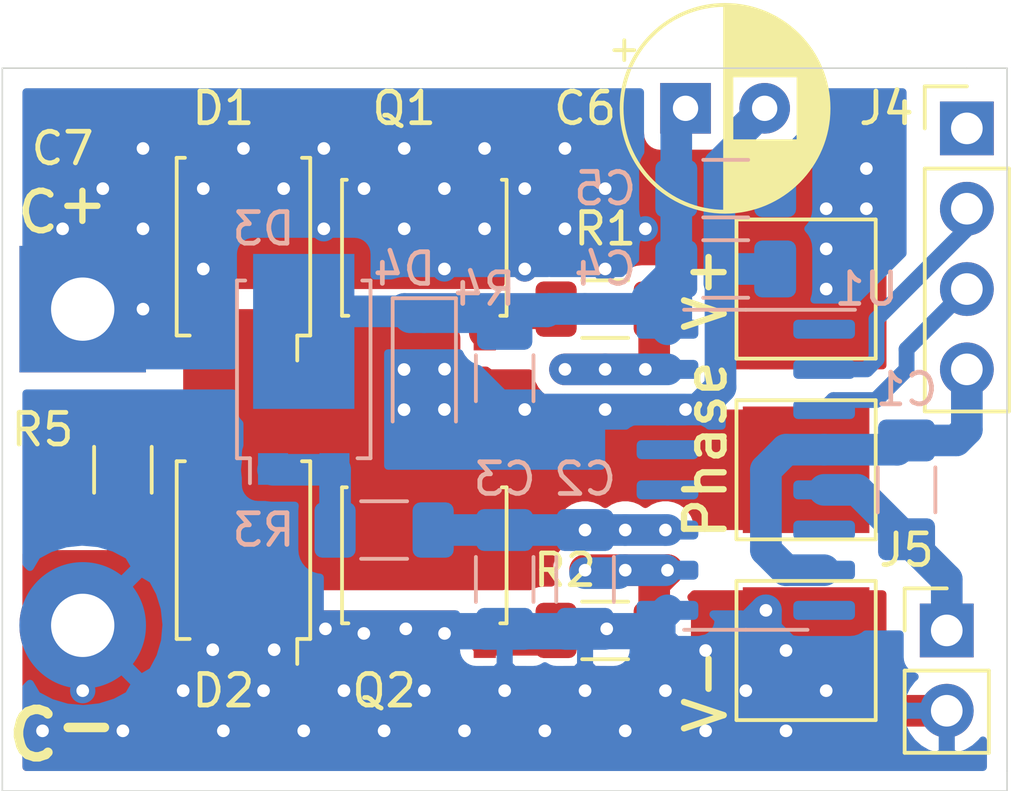
<source format=kicad_pcb>
(kicad_pcb (version 20171130) (host pcbnew "(5.1.9)-1")

  (general
    (thickness 1.6)
    (drawings 11)
    (tracks 235)
    (zones 0)
    (modules 24)
    (nets 20)
  )

  (page A4)
  (layers
    (0 F.Cu mixed)
    (1 In1.Cu mixed)
    (2 In2.Cu mixed)
    (31 B.Cu mixed)
    (32 B.Adhes user)
    (33 F.Adhes user)
    (34 B.Paste user)
    (35 F.Paste user)
    (36 B.SilkS user)
    (37 F.SilkS user)
    (38 B.Mask user hide)
    (39 F.Mask user hide)
    (40 Dwgs.User user hide)
    (41 Cmts.User user hide)
    (42 Eco1.User user hide)
    (43 Eco2.User user hide)
    (44 Edge.Cuts user)
    (45 Margin user hide)
    (46 B.CrtYd user)
    (47 F.CrtYd user)
    (48 B.Fab user hide)
    (49 F.Fab user hide)
  )

  (setup
    (last_trace_width 1)
    (trace_clearance 0.2)
    (zone_clearance 0.508)
    (zone_45_only no)
    (trace_min 0.2)
    (via_size 0.8)
    (via_drill 0.4)
    (via_min_size 0.4)
    (via_min_drill 0.3)
    (uvia_size 0.3)
    (uvia_drill 0.1)
    (uvias_allowed no)
    (uvia_min_size 0.2)
    (uvia_min_drill 0.1)
    (edge_width 0.05)
    (segment_width 0.2)
    (pcb_text_width 0.3)
    (pcb_text_size 1.5 1.5)
    (mod_edge_width 0.12)
    (mod_text_size 1 1)
    (mod_text_width 0.15)
    (pad_size 3.2 4.9)
    (pad_drill 0)
    (pad_to_mask_clearance 0)
    (aux_axis_origin 0 0)
    (visible_elements 7FFFFFFF)
    (pcbplotparams
      (layerselection 0x310fc_ffffffff)
      (usegerberextensions false)
      (usegerberattributes true)
      (usegerberadvancedattributes true)
      (creategerberjobfile true)
      (excludeedgelayer true)
      (linewidth 0.100000)
      (plotframeref false)
      (viasonmask false)
      (mode 1)
      (useauxorigin false)
      (hpglpennumber 1)
      (hpglpenspeed 20)
      (hpglpendiameter 15.000000)
      (psnegative false)
      (psa4output false)
      (plotreference true)
      (plotvalue true)
      (plotinvisibletext false)
      (padsonsilk false)
      (subtractmaskfromsilk false)
      (outputformat 1)
      (mirror false)
      (drillshape 0)
      (scaleselection 1)
      (outputdirectory "Gerber/"))
  )

  (net 0 "")
  (net 1 +VDC)
  (net 2 "Net-(Q1-Pad4)")
  (net 3 "Net-(Q2-Pad4)")
  (net 4 +12V)
  (net 5 "Net-(U1-Pad1)")
  (net 6 +5VD)
  (net 7 GNDD)
  (net 8 "Net-(U1-Pad6)")
  (net 9 "Net-(U1-Pad8)")
  (net 10 "Net-(U1-Pad12)")
  (net 11 "Net-(U1-Pad13)")
  (net 12 GND)
  (net 13 /PHASE)
  (net 14 /VDD)
  (net 15 "Net-(D3-Pad1)")
  (net 16 /V_OH)
  (net 17 /V_OL)
  (net 18 /PWM_A)
  (net 19 /PWM_B)

  (net_class Default "This is the default net class."
    (clearance 0.2)
    (trace_width 1)
    (via_dia 0.8)
    (via_drill 0.4)
    (uvia_dia 0.3)
    (uvia_drill 0.1)
    (add_net +12V)
    (add_net +5VD)
    (add_net /PHASE)
    (add_net /VDD)
    (add_net /V_OH)
    (add_net /V_OL)
    (add_net GND)
    (add_net GNDD)
    (add_net "Net-(D3-Pad1)")
    (add_net "Net-(Q1-Pad4)")
    (add_net "Net-(Q2-Pad4)")
    (add_net "Net-(U1-Pad1)")
    (add_net "Net-(U1-Pad12)")
    (add_net "Net-(U1-Pad13)")
    (add_net "Net-(U1-Pad6)")
    (add_net "Net-(U1-Pad8)")
  )

  (net_class Logic ""
    (clearance 0.2)
    (trace_width 0.5)
    (via_dia 0.8)
    (via_drill 0.4)
    (uvia_dia 0.3)
    (uvia_drill 0.1)
    (add_net /PWM_A)
    (add_net /PWM_B)
  )

  (net_class MOTOR_POWER ""
    (clearance 0.5)
    (trace_width 9)
    (via_dia 0.8)
    (via_drill 0.4)
    (uvia_dia 0.3)
    (uvia_drill 0.1)
    (add_net +VDC)
  )

  (module Package_TO_SOT_SMD:TO-277B (layer B.Cu) (tedit 5A747234) (tstamp 613552A7)
    (at 168.275 113.665)
    (descr "TO-227B https://media.digikey.com/pdf/Data%20Sheets/Littelfuse%20PDFs/DST2050S.pdf")
    (tags TO-277B)
    (path /614E29BC)
    (attr smd)
    (fp_text reference D3 (at -1.27 -4.445 180) (layer B.SilkS)
      (effects (font (size 1 1) (thickness 0.15)) (justify mirror))
    )
    (fp_text value MBR1560STR (at 0 -4.7 180) (layer B.Fab)
      (effects (font (size 1 1) (thickness 0.15)) (justify mirror))
    )
    (fp_line (start 2.11 2.81) (end 1.7 2.81) (layer B.SilkS) (width 0.12))
    (fp_line (start -1.7 2.81) (end -2.11 2.81) (layer B.SilkS) (width 0.12))
    (fp_line (start -2.11 2.81) (end -2.11 -2.81) (layer B.SilkS) (width 0.12))
    (fp_line (start 2.11 -2.81) (end 2.11 2.81) (layer B.SilkS) (width 0.12))
    (fp_line (start 1.99 -2.69) (end 1.99 2.69) (layer B.Fab) (width 0.1))
    (fp_line (start 1.99 2.69) (end -1 2.69) (layer B.Fab) (width 0.1))
    (fp_line (start -1.99 1.69) (end -1.99 -2.69) (layer B.Fab) (width 0.1))
    (fp_line (start -1.99 -2.69) (end 1.99 -2.69) (layer B.Fab) (width 0.1))
    (fp_line (start 1.85 -3.9) (end -1.85 -3.9) (layer B.CrtYd) (width 0.05))
    (fp_line (start 2.24 -2.94) (end 2.24 2.94) (layer B.CrtYd) (width 0.05))
    (fp_line (start -2.24 2.94) (end -2.24 -2.94) (layer B.CrtYd) (width 0.05))
    (fp_line (start -1.7 3.9) (end 1.7 3.9) (layer B.CrtYd) (width 0.05))
    (fp_line (start -1.7 2.81) (end -1.7 3.6) (layer B.SilkS) (width 0.12))
    (fp_line (start 2.11 -2.81) (end 1.85 -2.81) (layer B.SilkS) (width 0.12))
    (fp_line (start -1.85 -2.81) (end -2.11 -2.81) (layer B.SilkS) (width 0.12))
    (fp_line (start -1.99 1.69) (end -0.99 2.69) (layer B.Fab) (width 0.1))
    (fp_line (start -2.24 2.94) (end -1.7 2.94) (layer B.CrtYd) (width 0.05))
    (fp_line (start -1.7 2.94) (end -1.7 3.9) (layer B.CrtYd) (width 0.05))
    (fp_line (start 1.7 2.94) (end 1.7 3.9) (layer B.CrtYd) (width 0.05))
    (fp_line (start 1.7 2.94) (end 2.24 2.94) (layer B.CrtYd) (width 0.05))
    (fp_line (start -2.24 -2.94) (end -1.85 -2.94) (layer B.CrtYd) (width 0.05))
    (fp_line (start -1.85 -3.9) (end -1.85 -2.94) (layer B.CrtYd) (width 0.05))
    (fp_line (start 1.85 -3.9) (end 1.85 -2.94) (layer B.CrtYd) (width 0.05))
    (fp_line (start 1.85 -2.94) (end 2.24 -2.94) (layer B.CrtYd) (width 0.05))
    (fp_text user %R (at 0 0) (layer B.Fab)
      (effects (font (size 0.9 0.9) (thickness 0.15)) (justify mirror))
    )
    (pad 1 smd rect (at -0.97 3.15) (size 0.95 1) (layers B.Cu B.Paste B.Mask)
      (net 15 "Net-(D3-Pad1)"))
    (pad 3 smd rect (at 0 -1.2) (size 3.2 4.9) (layers B.Cu B.Mask)
      (net 14 /VDD))
    (pad 2 smd rect (at 0.97 3.15) (size 0.95 1) (layers B.Cu B.Paste B.Mask)
      (net 15 "Net-(D3-Pad1)"))
    (pad "" smd rect (at -0.9 0.6) (size 1.3 1.2) (layers B.Paste))
    (pad "" smd rect (at -0.9 -1.2) (size 1.3 1.2) (layers B.Paste))
    (pad "" smd rect (at 0.9 0.6) (size 1.3 1.2) (layers B.Paste))
    (pad "" smd rect (at 0.9 -1.2) (size 1.3 1.2) (layers B.Paste))
    (pad "" smd rect (at -0.9 -3) (size 1.3 1.2) (layers B.Paste))
    (pad "" smd rect (at 0.9 -3) (size 1.3 1.2) (layers B.Paste))
    (model ${KISYS3DMOD}/Package_TO_SOT_SMD.3dshapes/TO-277B.wrl
      (at (xyz 0 0 0))
      (scale (xyz 1 1 1))
      (rotate (xyz 0 0 0))
    )
  )

  (module Cap_No_Silk:CP_Radial_D35.0mm_P10.00mm_SnapIn (layer F.Cu) (tedit 61354643) (tstamp 6137EB22)
    (at 161.29 111.76 270)
    (descr "CP, Radial series, Radial, pin pitch=10.00mm, , diameter=35mm, Electrolytic Capacitor, , http://www.vishay.com/docs/28342/058059pll-si.pdf")
    (tags "CP Radial series Radial pin pitch 10.00mm  diameter 35mm Electrolytic Capacitor")
    (path /612DD27A)
    (fp_text reference C7 (at -5.08 0.635 180) (layer F.SilkS)
      (effects (font (size 1 1) (thickness 0.15)))
    )
    (fp_text value "22 mF" (at 5.08 1.27 90) (layer F.Fab)
      (effects (font (size 1 1) (thickness 0.15)))
    )
    (fp_text user %R (at 5 -1.27 90) (layer F.Fab)
      (effects (font (size 1 1) (thickness 0.15)))
    )
    (pad 2 thru_hole circle (at 10 0 270) (size 4 4) (drill 2) (layers *.Cu *.Mask)
      (net 12 GND))
    (pad 1 thru_hole rect (at 0 0 270) (size 4 4) (drill 2) (layers *.Cu *.Mask)
      (net 1 +VDC))
  )

  (module Capacitor_SMD:C_1206_3216Metric_Pad1.33x1.80mm_HandSolder (layer B.Cu) (tedit 5F68FEEF) (tstamp 6135515D)
    (at 187.325 117.475 270)
    (descr "Capacitor SMD 1206 (3216 Metric), square (rectangular) end terminal, IPC_7351 nominal with elongated pad for handsoldering. (Body size source: IPC-SM-782 page 76, https://www.pcb-3d.com/wordpress/wp-content/uploads/ipc-sm-782a_amendment_1_and_2.pdf), generated with kicad-footprint-generator")
    (tags "capacitor handsolder")
    (path /614E29CB)
    (attr smd)
    (fp_text reference C1 (at -3.175 0) (layer B.SilkS)
      (effects (font (size 1 1) (thickness 0.15)) (justify mirror))
    )
    (fp_text value "0.1 uF" (at 0 -1.85 270) (layer B.Fab)
      (effects (font (size 1 1) (thickness 0.15)) (justify mirror))
    )
    (fp_line (start -1.6 -0.8) (end -1.6 0.8) (layer B.Fab) (width 0.1))
    (fp_line (start -1.6 0.8) (end 1.6 0.8) (layer B.Fab) (width 0.1))
    (fp_line (start 1.6 0.8) (end 1.6 -0.8) (layer B.Fab) (width 0.1))
    (fp_line (start 1.6 -0.8) (end -1.6 -0.8) (layer B.Fab) (width 0.1))
    (fp_line (start -0.711252 0.91) (end 0.711252 0.91) (layer B.SilkS) (width 0.12))
    (fp_line (start -0.711252 -0.91) (end 0.711252 -0.91) (layer B.SilkS) (width 0.12))
    (fp_line (start -2.48 -1.15) (end -2.48 1.15) (layer B.CrtYd) (width 0.05))
    (fp_line (start -2.48 1.15) (end 2.48 1.15) (layer B.CrtYd) (width 0.05))
    (fp_line (start 2.48 1.15) (end 2.48 -1.15) (layer B.CrtYd) (width 0.05))
    (fp_line (start 2.48 -1.15) (end -2.48 -1.15) (layer B.CrtYd) (width 0.05))
    (fp_text user %R (at 0 0 270) (layer B.Fab)
      (effects (font (size 0.8 0.8) (thickness 0.12)) (justify mirror))
    )
    (pad 1 smd roundrect (at -1.5625 0 270) (size 1.325 1.8) (layers B.Cu B.Paste B.Mask) (roundrect_rratio 0.1886784905660377)
      (net 6 +5VD))
    (pad 2 smd roundrect (at 1.5625 0 270) (size 1.325 1.8) (layers B.Cu B.Paste B.Mask) (roundrect_rratio 0.1886784905660377)
      (net 7 GNDD))
    (model ${KISYS3DMOD}/Capacitor_SMD.3dshapes/C_1206_3216Metric.wrl
      (at (xyz 0 0 0))
      (scale (xyz 1 1 1))
      (rotate (xyz 0 0 0))
    )
  )

  (module Capacitor_SMD:C_1206_3216Metric_Pad1.33x1.80mm_HandSolder (layer B.Cu) (tedit 5F68FEEF) (tstamp 6135516E)
    (at 177.165 120.3075 270)
    (descr "Capacitor SMD 1206 (3216 Metric), square (rectangular) end terminal, IPC_7351 nominal with elongated pad for handsoldering. (Body size source: IPC-SM-782 page 76, https://www.pcb-3d.com/wordpress/wp-content/uploads/ipc-sm-782a_amendment_1_and_2.pdf), generated with kicad-footprint-generator")
    (tags "capacitor handsolder")
    (path /614E2A10)
    (attr smd)
    (fp_text reference C2 (at -3.175 0 180) (layer B.SilkS)
      (effects (font (size 1 1) (thickness 0.15)) (justify mirror))
    )
    (fp_text value "0.1 uF" (at 0 -1.85 270) (layer B.Fab)
      (effects (font (size 1 1) (thickness 0.15)) (justify mirror))
    )
    (fp_line (start 2.48 -1.15) (end -2.48 -1.15) (layer B.CrtYd) (width 0.05))
    (fp_line (start 2.48 1.15) (end 2.48 -1.15) (layer B.CrtYd) (width 0.05))
    (fp_line (start -2.48 1.15) (end 2.48 1.15) (layer B.CrtYd) (width 0.05))
    (fp_line (start -2.48 -1.15) (end -2.48 1.15) (layer B.CrtYd) (width 0.05))
    (fp_line (start -0.711252 -0.91) (end 0.711252 -0.91) (layer B.SilkS) (width 0.12))
    (fp_line (start -0.711252 0.91) (end 0.711252 0.91) (layer B.SilkS) (width 0.12))
    (fp_line (start 1.6 -0.8) (end -1.6 -0.8) (layer B.Fab) (width 0.1))
    (fp_line (start 1.6 0.8) (end 1.6 -0.8) (layer B.Fab) (width 0.1))
    (fp_line (start -1.6 0.8) (end 1.6 0.8) (layer B.Fab) (width 0.1))
    (fp_line (start -1.6 -0.8) (end -1.6 0.8) (layer B.Fab) (width 0.1))
    (fp_text user %R (at 0 0 270) (layer B.Fab)
      (effects (font (size 0.8 0.8) (thickness 0.12)) (justify mirror))
    )
    (pad 2 smd roundrect (at 1.5625 0 270) (size 1.325 1.8) (layers B.Cu B.Paste B.Mask) (roundrect_rratio 0.1886784905660377)
      (net 12 GND))
    (pad 1 smd roundrect (at -1.5625 0 270) (size 1.325 1.8) (layers B.Cu B.Paste B.Mask) (roundrect_rratio 0.1886784905660377)
      (net 4 +12V))
    (model ${KISYS3DMOD}/Capacitor_SMD.3dshapes/C_1206_3216Metric.wrl
      (at (xyz 0 0 0))
      (scale (xyz 1 1 1))
      (rotate (xyz 0 0 0))
    )
  )

  (module Capacitor_SMD:C_1206_3216Metric_Pad1.33x1.80mm_HandSolder (layer B.Cu) (tedit 5F68FEEF) (tstamp 6135517F)
    (at 174.625 120.3075 270)
    (descr "Capacitor SMD 1206 (3216 Metric), square (rectangular) end terminal, IPC_7351 nominal with elongated pad for handsoldering. (Body size source: IPC-SM-782 page 76, https://www.pcb-3d.com/wordpress/wp-content/uploads/ipc-sm-782a_amendment_1_and_2.pdf), generated with kicad-footprint-generator")
    (tags "capacitor handsolder")
    (path /614E2A24)
    (attr smd)
    (fp_text reference C3 (at -3.175 0 180) (layer B.SilkS)
      (effects (font (size 1 1) (thickness 0.15)) (justify mirror))
    )
    (fp_text value "1 uF" (at 0 -1.85 90) (layer B.Fab)
      (effects (font (size 1 1) (thickness 0.15)) (justify mirror))
    )
    (fp_line (start -1.6 -0.8) (end -1.6 0.8) (layer B.Fab) (width 0.1))
    (fp_line (start -1.6 0.8) (end 1.6 0.8) (layer B.Fab) (width 0.1))
    (fp_line (start 1.6 0.8) (end 1.6 -0.8) (layer B.Fab) (width 0.1))
    (fp_line (start 1.6 -0.8) (end -1.6 -0.8) (layer B.Fab) (width 0.1))
    (fp_line (start -0.711252 0.91) (end 0.711252 0.91) (layer B.SilkS) (width 0.12))
    (fp_line (start -0.711252 -0.91) (end 0.711252 -0.91) (layer B.SilkS) (width 0.12))
    (fp_line (start -2.48 -1.15) (end -2.48 1.15) (layer B.CrtYd) (width 0.05))
    (fp_line (start -2.48 1.15) (end 2.48 1.15) (layer B.CrtYd) (width 0.05))
    (fp_line (start 2.48 1.15) (end 2.48 -1.15) (layer B.CrtYd) (width 0.05))
    (fp_line (start 2.48 -1.15) (end -2.48 -1.15) (layer B.CrtYd) (width 0.05))
    (fp_text user %R (at 0 0 90) (layer B.Fab)
      (effects (font (size 0.8 0.8) (thickness 0.12)) (justify mirror))
    )
    (pad 1 smd roundrect (at -1.5625 0 270) (size 1.325 1.8) (layers B.Cu B.Paste B.Mask) (roundrect_rratio 0.1886784905660377)
      (net 4 +12V))
    (pad 2 smd roundrect (at 1.5625 0 270) (size 1.325 1.8) (layers B.Cu B.Paste B.Mask) (roundrect_rratio 0.1886784905660377)
      (net 12 GND))
    (model ${KISYS3DMOD}/Capacitor_SMD.3dshapes/C_1206_3216Metric.wrl
      (at (xyz 0 0 0))
      (scale (xyz 1 1 1))
      (rotate (xyz 0 0 0))
    )
  )

  (module Capacitor_SMD:C_1206_3216Metric_Pad1.33x1.80mm_HandSolder (layer B.Cu) (tedit 5F68FEEF) (tstamp 61355190)
    (at 181.61 110.49)
    (descr "Capacitor SMD 1206 (3216 Metric), square (rectangular) end terminal, IPC_7351 nominal with elongated pad for handsoldering. (Body size source: IPC-SM-782 page 76, https://www.pcb-3d.com/wordpress/wp-content/uploads/ipc-sm-782a_amendment_1_and_2.pdf), generated with kicad-footprint-generator")
    (tags "capacitor handsolder")
    (path /614E2A2C)
    (attr smd)
    (fp_text reference C4 (at -3.81 0) (layer B.SilkS)
      (effects (font (size 1 1) (thickness 0.15)) (justify mirror))
    )
    (fp_text value "0.1 uF" (at 0 -1.85) (layer B.Fab)
      (effects (font (size 1 1) (thickness 0.15)) (justify mirror))
    )
    (fp_line (start 2.48 -1.15) (end -2.48 -1.15) (layer B.CrtYd) (width 0.05))
    (fp_line (start 2.48 1.15) (end 2.48 -1.15) (layer B.CrtYd) (width 0.05))
    (fp_line (start -2.48 1.15) (end 2.48 1.15) (layer B.CrtYd) (width 0.05))
    (fp_line (start -2.48 -1.15) (end -2.48 1.15) (layer B.CrtYd) (width 0.05))
    (fp_line (start -0.711252 -0.91) (end 0.711252 -0.91) (layer B.SilkS) (width 0.12))
    (fp_line (start -0.711252 0.91) (end 0.711252 0.91) (layer B.SilkS) (width 0.12))
    (fp_line (start 1.6 -0.8) (end -1.6 -0.8) (layer B.Fab) (width 0.1))
    (fp_line (start 1.6 0.8) (end 1.6 -0.8) (layer B.Fab) (width 0.1))
    (fp_line (start -1.6 0.8) (end 1.6 0.8) (layer B.Fab) (width 0.1))
    (fp_line (start -1.6 -0.8) (end -1.6 0.8) (layer B.Fab) (width 0.1))
    (fp_text user %R (at 0 0) (layer B.Fab)
      (effects (font (size 0.8 0.8) (thickness 0.12)) (justify mirror))
    )
    (pad 2 smd roundrect (at 1.5625 0) (size 1.325 1.8) (layers B.Cu B.Paste B.Mask) (roundrect_rratio 0.1886784905660377)
      (net 13 /PHASE))
    (pad 1 smd roundrect (at -1.5625 0) (size 1.325 1.8) (layers B.Cu B.Paste B.Mask) (roundrect_rratio 0.1886784905660377)
      (net 14 /VDD))
    (model ${KISYS3DMOD}/Capacitor_SMD.3dshapes/C_1206_3216Metric.wrl
      (at (xyz 0 0 0))
      (scale (xyz 1 1 1))
      (rotate (xyz 0 0 0))
    )
  )

  (module Capacitor_SMD:C_1206_3216Metric_Pad1.33x1.80mm_HandSolder (layer B.Cu) (tedit 5F68FEEF) (tstamp 613551A1)
    (at 181.61 107.95)
    (descr "Capacitor SMD 1206 (3216 Metric), square (rectangular) end terminal, IPC_7351 nominal with elongated pad for handsoldering. (Body size source: IPC-SM-782 page 76, https://www.pcb-3d.com/wordpress/wp-content/uploads/ipc-sm-782a_amendment_1_and_2.pdf), generated with kicad-footprint-generator")
    (tags "capacitor handsolder")
    (path /614E2A32)
    (attr smd)
    (fp_text reference C5 (at -3.81 0) (layer B.SilkS)
      (effects (font (size 1 1) (thickness 0.15)) (justify mirror))
    )
    (fp_text value "1 uF" (at 0 -1.85) (layer B.Fab)
      (effects (font (size 1 1) (thickness 0.15)) (justify mirror))
    )
    (fp_line (start -1.6 -0.8) (end -1.6 0.8) (layer B.Fab) (width 0.1))
    (fp_line (start -1.6 0.8) (end 1.6 0.8) (layer B.Fab) (width 0.1))
    (fp_line (start 1.6 0.8) (end 1.6 -0.8) (layer B.Fab) (width 0.1))
    (fp_line (start 1.6 -0.8) (end -1.6 -0.8) (layer B.Fab) (width 0.1))
    (fp_line (start -0.711252 0.91) (end 0.711252 0.91) (layer B.SilkS) (width 0.12))
    (fp_line (start -0.711252 -0.91) (end 0.711252 -0.91) (layer B.SilkS) (width 0.12))
    (fp_line (start -2.48 -1.15) (end -2.48 1.15) (layer B.CrtYd) (width 0.05))
    (fp_line (start -2.48 1.15) (end 2.48 1.15) (layer B.CrtYd) (width 0.05))
    (fp_line (start 2.48 1.15) (end 2.48 -1.15) (layer B.CrtYd) (width 0.05))
    (fp_line (start 2.48 -1.15) (end -2.48 -1.15) (layer B.CrtYd) (width 0.05))
    (fp_text user %R (at 0 0) (layer B.Fab)
      (effects (font (size 0.8 0.8) (thickness 0.12)) (justify mirror))
    )
    (pad 1 smd roundrect (at -1.5625 0) (size 1.325 1.8) (layers B.Cu B.Paste B.Mask) (roundrect_rratio 0.1886784905660377)
      (net 14 /VDD))
    (pad 2 smd roundrect (at 1.5625 0) (size 1.325 1.8) (layers B.Cu B.Paste B.Mask) (roundrect_rratio 0.1886784905660377)
      (net 13 /PHASE))
    (model ${KISYS3DMOD}/Capacitor_SMD.3dshapes/C_1206_3216Metric.wrl
      (at (xyz 0 0 0))
      (scale (xyz 1 1 1))
      (rotate (xyz 0 0 0))
    )
  )

  (module Capacitor_THT:CP_Radial_D6.3mm_P2.50mm (layer F.Cu) (tedit 5AE50EF0) (tstamp 61359882)
    (at 180.34 105.41)
    (descr "CP, Radial series, Radial, pin pitch=2.50mm, , diameter=6.3mm, Electrolytic Capacitor")
    (tags "CP Radial series Radial pin pitch 2.50mm  diameter 6.3mm Electrolytic Capacitor")
    (path /614E294B)
    (fp_text reference C6 (at -3.175 0) (layer F.SilkS)
      (effects (font (size 1 1) (thickness 0.15)))
    )
    (fp_text value 330uF (at 1.25 4.4) (layer F.Fab)
      (effects (font (size 1 1) (thickness 0.15)))
    )
    (fp_circle (center 1.25 0) (end 4.4 0) (layer F.Fab) (width 0.1))
    (fp_circle (center 1.25 0) (end 4.52 0) (layer F.SilkS) (width 0.12))
    (fp_circle (center 1.25 0) (end 4.65 0) (layer F.CrtYd) (width 0.05))
    (fp_line (start -1.443972 -1.3735) (end -0.813972 -1.3735) (layer F.Fab) (width 0.1))
    (fp_line (start -1.128972 -1.6885) (end -1.128972 -1.0585) (layer F.Fab) (width 0.1))
    (fp_line (start 1.25 -3.23) (end 1.25 3.23) (layer F.SilkS) (width 0.12))
    (fp_line (start 1.29 -3.23) (end 1.29 3.23) (layer F.SilkS) (width 0.12))
    (fp_line (start 1.33 -3.23) (end 1.33 3.23) (layer F.SilkS) (width 0.12))
    (fp_line (start 1.37 -3.228) (end 1.37 3.228) (layer F.SilkS) (width 0.12))
    (fp_line (start 1.41 -3.227) (end 1.41 3.227) (layer F.SilkS) (width 0.12))
    (fp_line (start 1.45 -3.224) (end 1.45 3.224) (layer F.SilkS) (width 0.12))
    (fp_line (start 1.49 -3.222) (end 1.49 -1.04) (layer F.SilkS) (width 0.12))
    (fp_line (start 1.49 1.04) (end 1.49 3.222) (layer F.SilkS) (width 0.12))
    (fp_line (start 1.53 -3.218) (end 1.53 -1.04) (layer F.SilkS) (width 0.12))
    (fp_line (start 1.53 1.04) (end 1.53 3.218) (layer F.SilkS) (width 0.12))
    (fp_line (start 1.57 -3.215) (end 1.57 -1.04) (layer F.SilkS) (width 0.12))
    (fp_line (start 1.57 1.04) (end 1.57 3.215) (layer F.SilkS) (width 0.12))
    (fp_line (start 1.61 -3.211) (end 1.61 -1.04) (layer F.SilkS) (width 0.12))
    (fp_line (start 1.61 1.04) (end 1.61 3.211) (layer F.SilkS) (width 0.12))
    (fp_line (start 1.65 -3.206) (end 1.65 -1.04) (layer F.SilkS) (width 0.12))
    (fp_line (start 1.65 1.04) (end 1.65 3.206) (layer F.SilkS) (width 0.12))
    (fp_line (start 1.69 -3.201) (end 1.69 -1.04) (layer F.SilkS) (width 0.12))
    (fp_line (start 1.69 1.04) (end 1.69 3.201) (layer F.SilkS) (width 0.12))
    (fp_line (start 1.73 -3.195) (end 1.73 -1.04) (layer F.SilkS) (width 0.12))
    (fp_line (start 1.73 1.04) (end 1.73 3.195) (layer F.SilkS) (width 0.12))
    (fp_line (start 1.77 -3.189) (end 1.77 -1.04) (layer F.SilkS) (width 0.12))
    (fp_line (start 1.77 1.04) (end 1.77 3.189) (layer F.SilkS) (width 0.12))
    (fp_line (start 1.81 -3.182) (end 1.81 -1.04) (layer F.SilkS) (width 0.12))
    (fp_line (start 1.81 1.04) (end 1.81 3.182) (layer F.SilkS) (width 0.12))
    (fp_line (start 1.85 -3.175) (end 1.85 -1.04) (layer F.SilkS) (width 0.12))
    (fp_line (start 1.85 1.04) (end 1.85 3.175) (layer F.SilkS) (width 0.12))
    (fp_line (start 1.89 -3.167) (end 1.89 -1.04) (layer F.SilkS) (width 0.12))
    (fp_line (start 1.89 1.04) (end 1.89 3.167) (layer F.SilkS) (width 0.12))
    (fp_line (start 1.93 -3.159) (end 1.93 -1.04) (layer F.SilkS) (width 0.12))
    (fp_line (start 1.93 1.04) (end 1.93 3.159) (layer F.SilkS) (width 0.12))
    (fp_line (start 1.971 -3.15) (end 1.971 -1.04) (layer F.SilkS) (width 0.12))
    (fp_line (start 1.971 1.04) (end 1.971 3.15) (layer F.SilkS) (width 0.12))
    (fp_line (start 2.011 -3.141) (end 2.011 -1.04) (layer F.SilkS) (width 0.12))
    (fp_line (start 2.011 1.04) (end 2.011 3.141) (layer F.SilkS) (width 0.12))
    (fp_line (start 2.051 -3.131) (end 2.051 -1.04) (layer F.SilkS) (width 0.12))
    (fp_line (start 2.051 1.04) (end 2.051 3.131) (layer F.SilkS) (width 0.12))
    (fp_line (start 2.091 -3.121) (end 2.091 -1.04) (layer F.SilkS) (width 0.12))
    (fp_line (start 2.091 1.04) (end 2.091 3.121) (layer F.SilkS) (width 0.12))
    (fp_line (start 2.131 -3.11) (end 2.131 -1.04) (layer F.SilkS) (width 0.12))
    (fp_line (start 2.131 1.04) (end 2.131 3.11) (layer F.SilkS) (width 0.12))
    (fp_line (start 2.171 -3.098) (end 2.171 -1.04) (layer F.SilkS) (width 0.12))
    (fp_line (start 2.171 1.04) (end 2.171 3.098) (layer F.SilkS) (width 0.12))
    (fp_line (start 2.211 -3.086) (end 2.211 -1.04) (layer F.SilkS) (width 0.12))
    (fp_line (start 2.211 1.04) (end 2.211 3.086) (layer F.SilkS) (width 0.12))
    (fp_line (start 2.251 -3.074) (end 2.251 -1.04) (layer F.SilkS) (width 0.12))
    (fp_line (start 2.251 1.04) (end 2.251 3.074) (layer F.SilkS) (width 0.12))
    (fp_line (start 2.291 -3.061) (end 2.291 -1.04) (layer F.SilkS) (width 0.12))
    (fp_line (start 2.291 1.04) (end 2.291 3.061) (layer F.SilkS) (width 0.12))
    (fp_line (start 2.331 -3.047) (end 2.331 -1.04) (layer F.SilkS) (width 0.12))
    (fp_line (start 2.331 1.04) (end 2.331 3.047) (layer F.SilkS) (width 0.12))
    (fp_line (start 2.371 -3.033) (end 2.371 -1.04) (layer F.SilkS) (width 0.12))
    (fp_line (start 2.371 1.04) (end 2.371 3.033) (layer F.SilkS) (width 0.12))
    (fp_line (start 2.411 -3.018) (end 2.411 -1.04) (layer F.SilkS) (width 0.12))
    (fp_line (start 2.411 1.04) (end 2.411 3.018) (layer F.SilkS) (width 0.12))
    (fp_line (start 2.451 -3.002) (end 2.451 -1.04) (layer F.SilkS) (width 0.12))
    (fp_line (start 2.451 1.04) (end 2.451 3.002) (layer F.SilkS) (width 0.12))
    (fp_line (start 2.491 -2.986) (end 2.491 -1.04) (layer F.SilkS) (width 0.12))
    (fp_line (start 2.491 1.04) (end 2.491 2.986) (layer F.SilkS) (width 0.12))
    (fp_line (start 2.531 -2.97) (end 2.531 -1.04) (layer F.SilkS) (width 0.12))
    (fp_line (start 2.531 1.04) (end 2.531 2.97) (layer F.SilkS) (width 0.12))
    (fp_line (start 2.571 -2.952) (end 2.571 -1.04) (layer F.SilkS) (width 0.12))
    (fp_line (start 2.571 1.04) (end 2.571 2.952) (layer F.SilkS) (width 0.12))
    (fp_line (start 2.611 -2.934) (end 2.611 -1.04) (layer F.SilkS) (width 0.12))
    (fp_line (start 2.611 1.04) (end 2.611 2.934) (layer F.SilkS) (width 0.12))
    (fp_line (start 2.651 -2.916) (end 2.651 -1.04) (layer F.SilkS) (width 0.12))
    (fp_line (start 2.651 1.04) (end 2.651 2.916) (layer F.SilkS) (width 0.12))
    (fp_line (start 2.691 -2.896) (end 2.691 -1.04) (layer F.SilkS) (width 0.12))
    (fp_line (start 2.691 1.04) (end 2.691 2.896) (layer F.SilkS) (width 0.12))
    (fp_line (start 2.731 -2.876) (end 2.731 -1.04) (layer F.SilkS) (width 0.12))
    (fp_line (start 2.731 1.04) (end 2.731 2.876) (layer F.SilkS) (width 0.12))
    (fp_line (start 2.771 -2.856) (end 2.771 -1.04) (layer F.SilkS) (width 0.12))
    (fp_line (start 2.771 1.04) (end 2.771 2.856) (layer F.SilkS) (width 0.12))
    (fp_line (start 2.811 -2.834) (end 2.811 -1.04) (layer F.SilkS) (width 0.12))
    (fp_line (start 2.811 1.04) (end 2.811 2.834) (layer F.SilkS) (width 0.12))
    (fp_line (start 2.851 -2.812) (end 2.851 -1.04) (layer F.SilkS) (width 0.12))
    (fp_line (start 2.851 1.04) (end 2.851 2.812) (layer F.SilkS) (width 0.12))
    (fp_line (start 2.891 -2.79) (end 2.891 -1.04) (layer F.SilkS) (width 0.12))
    (fp_line (start 2.891 1.04) (end 2.891 2.79) (layer F.SilkS) (width 0.12))
    (fp_line (start 2.931 -2.766) (end 2.931 -1.04) (layer F.SilkS) (width 0.12))
    (fp_line (start 2.931 1.04) (end 2.931 2.766) (layer F.SilkS) (width 0.12))
    (fp_line (start 2.971 -2.742) (end 2.971 -1.04) (layer F.SilkS) (width 0.12))
    (fp_line (start 2.971 1.04) (end 2.971 2.742) (layer F.SilkS) (width 0.12))
    (fp_line (start 3.011 -2.716) (end 3.011 -1.04) (layer F.SilkS) (width 0.12))
    (fp_line (start 3.011 1.04) (end 3.011 2.716) (layer F.SilkS) (width 0.12))
    (fp_line (start 3.051 -2.69) (end 3.051 -1.04) (layer F.SilkS) (width 0.12))
    (fp_line (start 3.051 1.04) (end 3.051 2.69) (layer F.SilkS) (width 0.12))
    (fp_line (start 3.091 -2.664) (end 3.091 -1.04) (layer F.SilkS) (width 0.12))
    (fp_line (start 3.091 1.04) (end 3.091 2.664) (layer F.SilkS) (width 0.12))
    (fp_line (start 3.131 -2.636) (end 3.131 -1.04) (layer F.SilkS) (width 0.12))
    (fp_line (start 3.131 1.04) (end 3.131 2.636) (layer F.SilkS) (width 0.12))
    (fp_line (start 3.171 -2.607) (end 3.171 -1.04) (layer F.SilkS) (width 0.12))
    (fp_line (start 3.171 1.04) (end 3.171 2.607) (layer F.SilkS) (width 0.12))
    (fp_line (start 3.211 -2.578) (end 3.211 -1.04) (layer F.SilkS) (width 0.12))
    (fp_line (start 3.211 1.04) (end 3.211 2.578) (layer F.SilkS) (width 0.12))
    (fp_line (start 3.251 -2.548) (end 3.251 -1.04) (layer F.SilkS) (width 0.12))
    (fp_line (start 3.251 1.04) (end 3.251 2.548) (layer F.SilkS) (width 0.12))
    (fp_line (start 3.291 -2.516) (end 3.291 -1.04) (layer F.SilkS) (width 0.12))
    (fp_line (start 3.291 1.04) (end 3.291 2.516) (layer F.SilkS) (width 0.12))
    (fp_line (start 3.331 -2.484) (end 3.331 -1.04) (layer F.SilkS) (width 0.12))
    (fp_line (start 3.331 1.04) (end 3.331 2.484) (layer F.SilkS) (width 0.12))
    (fp_line (start 3.371 -2.45) (end 3.371 -1.04) (layer F.SilkS) (width 0.12))
    (fp_line (start 3.371 1.04) (end 3.371 2.45) (layer F.SilkS) (width 0.12))
    (fp_line (start 3.411 -2.416) (end 3.411 -1.04) (layer F.SilkS) (width 0.12))
    (fp_line (start 3.411 1.04) (end 3.411 2.416) (layer F.SilkS) (width 0.12))
    (fp_line (start 3.451 -2.38) (end 3.451 -1.04) (layer F.SilkS) (width 0.12))
    (fp_line (start 3.451 1.04) (end 3.451 2.38) (layer F.SilkS) (width 0.12))
    (fp_line (start 3.491 -2.343) (end 3.491 -1.04) (layer F.SilkS) (width 0.12))
    (fp_line (start 3.491 1.04) (end 3.491 2.343) (layer F.SilkS) (width 0.12))
    (fp_line (start 3.531 -2.305) (end 3.531 -1.04) (layer F.SilkS) (width 0.12))
    (fp_line (start 3.531 1.04) (end 3.531 2.305) (layer F.SilkS) (width 0.12))
    (fp_line (start 3.571 -2.265) (end 3.571 2.265) (layer F.SilkS) (width 0.12))
    (fp_line (start 3.611 -2.224) (end 3.611 2.224) (layer F.SilkS) (width 0.12))
    (fp_line (start 3.651 -2.182) (end 3.651 2.182) (layer F.SilkS) (width 0.12))
    (fp_line (start 3.691 -2.137) (end 3.691 2.137) (layer F.SilkS) (width 0.12))
    (fp_line (start 3.731 -2.092) (end 3.731 2.092) (layer F.SilkS) (width 0.12))
    (fp_line (start 3.771 -2.044) (end 3.771 2.044) (layer F.SilkS) (width 0.12))
    (fp_line (start 3.811 -1.995) (end 3.811 1.995) (layer F.SilkS) (width 0.12))
    (fp_line (start 3.851 -1.944) (end 3.851 1.944) (layer F.SilkS) (width 0.12))
    (fp_line (start 3.891 -1.89) (end 3.891 1.89) (layer F.SilkS) (width 0.12))
    (fp_line (start 3.931 -1.834) (end 3.931 1.834) (layer F.SilkS) (width 0.12))
    (fp_line (start 3.971 -1.776) (end 3.971 1.776) (layer F.SilkS) (width 0.12))
    (fp_line (start 4.011 -1.714) (end 4.011 1.714) (layer F.SilkS) (width 0.12))
    (fp_line (start 4.051 -1.65) (end 4.051 1.65) (layer F.SilkS) (width 0.12))
    (fp_line (start 4.091 -1.581) (end 4.091 1.581) (layer F.SilkS) (width 0.12))
    (fp_line (start 4.131 -1.509) (end 4.131 1.509) (layer F.SilkS) (width 0.12))
    (fp_line (start 4.171 -1.432) (end 4.171 1.432) (layer F.SilkS) (width 0.12))
    (fp_line (start 4.211 -1.35) (end 4.211 1.35) (layer F.SilkS) (width 0.12))
    (fp_line (start 4.251 -1.262) (end 4.251 1.262) (layer F.SilkS) (width 0.12))
    (fp_line (start 4.291 -1.165) (end 4.291 1.165) (layer F.SilkS) (width 0.12))
    (fp_line (start 4.331 -1.059) (end 4.331 1.059) (layer F.SilkS) (width 0.12))
    (fp_line (start 4.371 -0.94) (end 4.371 0.94) (layer F.SilkS) (width 0.12))
    (fp_line (start 4.411 -0.802) (end 4.411 0.802) (layer F.SilkS) (width 0.12))
    (fp_line (start 4.451 -0.633) (end 4.451 0.633) (layer F.SilkS) (width 0.12))
    (fp_line (start 4.491 -0.402) (end 4.491 0.402) (layer F.SilkS) (width 0.12))
    (fp_line (start -2.250241 -1.839) (end -1.620241 -1.839) (layer F.SilkS) (width 0.12))
    (fp_line (start -1.935241 -2.154) (end -1.935241 -1.524) (layer F.SilkS) (width 0.12))
    (fp_text user %R (at 1.25 0) (layer F.Fab)
      (effects (font (size 1 1) (thickness 0.15)))
    )
    (pad 1 thru_hole rect (at 0 0) (size 1.6 1.6) (drill 0.8) (layers *.Cu *.Mask)
      (net 14 /VDD))
    (pad 2 thru_hole circle (at 2.5 0) (size 1.6 1.6) (drill 0.8) (layers *.Cu *.Mask)
      (net 13 /PHASE))
    (model ${KISYS3DMOD}/Capacitor_THT.3dshapes/CP_Radial_D6.3mm_P2.50mm.wrl
      (at (xyz 0 0 0))
      (scale (xyz 1 1 1))
      (rotate (xyz 0 0 0))
    )
  )

  (module Package_TO_SOT_SMD:TO-277B (layer F.Cu) (tedit 5A747234) (tstamp 6135525B)
    (at 166.37 109.785 180)
    (descr "TO-227B https://media.digikey.com/pdf/Data%20Sheets/Littelfuse%20PDFs/DST2050S.pdf")
    (tags TO-277B)
    (path /614E29B6)
    (attr smd)
    (fp_text reference D1 (at 0.635 4.375 180) (layer F.SilkS)
      (effects (font (size 1 1) (thickness 0.15)))
    )
    (fp_text value MBR1560STR (at 0 4.7 180) (layer F.Fab)
      (effects (font (size 1 1) (thickness 0.15)))
    )
    (fp_line (start 1.85 2.94) (end 2.24 2.94) (layer F.CrtYd) (width 0.05))
    (fp_line (start 1.85 3.9) (end 1.85 2.94) (layer F.CrtYd) (width 0.05))
    (fp_line (start -1.85 3.9) (end -1.85 2.94) (layer F.CrtYd) (width 0.05))
    (fp_line (start -2.24 2.94) (end -1.85 2.94) (layer F.CrtYd) (width 0.05))
    (fp_line (start 1.7 -2.94) (end 2.24 -2.94) (layer F.CrtYd) (width 0.05))
    (fp_line (start 1.7 -2.94) (end 1.7 -3.9) (layer F.CrtYd) (width 0.05))
    (fp_line (start -1.7 -2.94) (end -1.7 -3.9) (layer F.CrtYd) (width 0.05))
    (fp_line (start -2.24 -2.94) (end -1.7 -2.94) (layer F.CrtYd) (width 0.05))
    (fp_line (start -1.99 -1.69) (end -0.99 -2.69) (layer F.Fab) (width 0.1))
    (fp_line (start -1.85 2.81) (end -2.11 2.81) (layer F.SilkS) (width 0.12))
    (fp_line (start 2.11 2.81) (end 1.85 2.81) (layer F.SilkS) (width 0.12))
    (fp_line (start -1.7 -2.81) (end -1.7 -3.6) (layer F.SilkS) (width 0.12))
    (fp_line (start -1.7 -3.9) (end 1.7 -3.9) (layer F.CrtYd) (width 0.05))
    (fp_line (start -2.24 -2.94) (end -2.24 2.94) (layer F.CrtYd) (width 0.05))
    (fp_line (start 2.24 2.94) (end 2.24 -2.94) (layer F.CrtYd) (width 0.05))
    (fp_line (start 1.85 3.9) (end -1.85 3.9) (layer F.CrtYd) (width 0.05))
    (fp_line (start -1.99 2.69) (end 1.99 2.69) (layer F.Fab) (width 0.1))
    (fp_line (start -1.99 -1.69) (end -1.99 2.69) (layer F.Fab) (width 0.1))
    (fp_line (start 1.99 -2.69) (end -1 -2.69) (layer F.Fab) (width 0.1))
    (fp_line (start 1.99 2.69) (end 1.99 -2.69) (layer F.Fab) (width 0.1))
    (fp_line (start 2.11 2.81) (end 2.11 -2.81) (layer F.SilkS) (width 0.12))
    (fp_line (start -2.11 -2.81) (end -2.11 2.81) (layer F.SilkS) (width 0.12))
    (fp_line (start -1.7 -2.81) (end -2.11 -2.81) (layer F.SilkS) (width 0.12))
    (fp_line (start 2.11 -2.81) (end 1.7 -2.81) (layer F.SilkS) (width 0.12))
    (fp_text user %R (at 0 0) (layer F.Fab)
      (effects (font (size 0.9 0.9) (thickness 0.15)))
    )
    (pad "" smd rect (at 0.9 3 180) (size 1.3 1.2) (layers F.Paste))
    (pad "" smd rect (at -0.9 3 180) (size 1.3 1.2) (layers F.Paste))
    (pad "" smd rect (at 0.9 1.2 180) (size 1.3 1.2) (layers F.Paste))
    (pad "" smd rect (at 0.9 -0.6 180) (size 1.3 1.2) (layers F.Paste))
    (pad "" smd rect (at -0.9 1.2 180) (size 1.3 1.2) (layers F.Paste))
    (pad "" smd rect (at -0.9 -0.6 180) (size 1.3 1.2) (layers F.Paste))
    (pad 2 smd rect (at 0.97 -3.15 180) (size 0.95 1) (layers F.Cu F.Paste F.Mask)
      (net 13 /PHASE))
    (pad 3 smd rect (at 0 1.2 180) (size 3.2 4.9) (layers F.Cu F.Mask)
      (net 1 +VDC))
    (pad 1 smd rect (at -0.97 -3.15 180) (size 0.95 1) (layers F.Cu F.Paste F.Mask)
      (net 13 /PHASE))
    (model ${KISYS3DMOD}/Package_TO_SOT_SMD.3dshapes/TO-277B.wrl
      (at (xyz 0 0 0))
      (scale (xyz 1 1 1))
      (rotate (xyz 0 0 0))
    )
  )

  (module Package_TO_SOT_SMD:TO-277B (layer F.Cu) (tedit 5A747234) (tstamp 61355281)
    (at 166.37 119.38 180)
    (descr "TO-227B https://media.digikey.com/pdf/Data%20Sheets/Littelfuse%20PDFs/DST2050S.pdf")
    (tags TO-277B)
    (path /614E29B0)
    (attr smd)
    (fp_text reference D2 (at 0.635 -4.445 180) (layer F.SilkS)
      (effects (font (size 1 1) (thickness 0.15)))
    )
    (fp_text value MBR1560STR (at 0 4.7 180) (layer F.Fab)
      (effects (font (size 1 1) (thickness 0.15)))
    )
    (fp_line (start 2.11 -2.81) (end 1.7 -2.81) (layer F.SilkS) (width 0.12))
    (fp_line (start -1.7 -2.81) (end -2.11 -2.81) (layer F.SilkS) (width 0.12))
    (fp_line (start -2.11 -2.81) (end -2.11 2.81) (layer F.SilkS) (width 0.12))
    (fp_line (start 2.11 2.81) (end 2.11 -2.81) (layer F.SilkS) (width 0.12))
    (fp_line (start 1.99 2.69) (end 1.99 -2.69) (layer F.Fab) (width 0.1))
    (fp_line (start 1.99 -2.69) (end -1 -2.69) (layer F.Fab) (width 0.1))
    (fp_line (start -1.99 -1.69) (end -1.99 2.69) (layer F.Fab) (width 0.1))
    (fp_line (start -1.99 2.69) (end 1.99 2.69) (layer F.Fab) (width 0.1))
    (fp_line (start 1.85 3.9) (end -1.85 3.9) (layer F.CrtYd) (width 0.05))
    (fp_line (start 2.24 2.94) (end 2.24 -2.94) (layer F.CrtYd) (width 0.05))
    (fp_line (start -2.24 -2.94) (end -2.24 2.94) (layer F.CrtYd) (width 0.05))
    (fp_line (start -1.7 -3.9) (end 1.7 -3.9) (layer F.CrtYd) (width 0.05))
    (fp_line (start -1.7 -2.81) (end -1.7 -3.6) (layer F.SilkS) (width 0.12))
    (fp_line (start 2.11 2.81) (end 1.85 2.81) (layer F.SilkS) (width 0.12))
    (fp_line (start -1.85 2.81) (end -2.11 2.81) (layer F.SilkS) (width 0.12))
    (fp_line (start -1.99 -1.69) (end -0.99 -2.69) (layer F.Fab) (width 0.1))
    (fp_line (start -2.24 -2.94) (end -1.7 -2.94) (layer F.CrtYd) (width 0.05))
    (fp_line (start -1.7 -2.94) (end -1.7 -3.9) (layer F.CrtYd) (width 0.05))
    (fp_line (start 1.7 -2.94) (end 1.7 -3.9) (layer F.CrtYd) (width 0.05))
    (fp_line (start 1.7 -2.94) (end 2.24 -2.94) (layer F.CrtYd) (width 0.05))
    (fp_line (start -2.24 2.94) (end -1.85 2.94) (layer F.CrtYd) (width 0.05))
    (fp_line (start -1.85 3.9) (end -1.85 2.94) (layer F.CrtYd) (width 0.05))
    (fp_line (start 1.85 3.9) (end 1.85 2.94) (layer F.CrtYd) (width 0.05))
    (fp_line (start 1.85 2.94) (end 2.24 2.94) (layer F.CrtYd) (width 0.05))
    (fp_text user %R (at 0 0) (layer F.Fab)
      (effects (font (size 0.9 0.9) (thickness 0.15)))
    )
    (pad 1 smd rect (at -0.97 -3.15 180) (size 0.95 1) (layers F.Cu F.Paste F.Mask)
      (net 12 GND))
    (pad 3 smd rect (at 0 1.2 180) (size 3.2 4.9) (layers F.Cu F.Mask)
      (net 13 /PHASE))
    (pad 2 smd rect (at 0.97 -3.15 180) (size 0.95 1) (layers F.Cu F.Paste F.Mask)
      (net 12 GND))
    (pad "" smd rect (at -0.9 -0.6 180) (size 1.3 1.2) (layers F.Paste))
    (pad "" smd rect (at -0.9 1.2 180) (size 1.3 1.2) (layers F.Paste))
    (pad "" smd rect (at 0.9 -0.6 180) (size 1.3 1.2) (layers F.Paste))
    (pad "" smd rect (at 0.9 1.2 180) (size 1.3 1.2) (layers F.Paste))
    (pad "" smd rect (at -0.9 3 180) (size 1.3 1.2) (layers F.Paste))
    (pad "" smd rect (at 0.9 3 180) (size 1.3 1.2) (layers F.Paste))
    (model ${KISYS3DMOD}/Package_TO_SOT_SMD.3dshapes/TO-277B.wrl
      (at (xyz 0 0 0))
      (scale (xyz 1 1 1))
      (rotate (xyz 0 0 0))
    )
  )

  (module Diode_SMD:D_SOD-123 (layer B.Cu) (tedit 58645DC7) (tstamp 613552C0)
    (at 172.085 113.665 270)
    (descr SOD-123)
    (tags SOD-123)
    (path /614E2939)
    (attr smd)
    (fp_text reference D4 (at -3.175 0.635 180) (layer B.SilkS)
      (effects (font (size 1 1) (thickness 0.15)) (justify mirror))
    )
    (fp_text value 13V (at 0 -2.1 90) (layer B.Fab)
      (effects (font (size 1 1) (thickness 0.15)) (justify mirror))
    )
    (fp_line (start -2.25 1) (end -2.25 -1) (layer B.SilkS) (width 0.12))
    (fp_line (start 0.25 0) (end 0.75 0) (layer B.Fab) (width 0.1))
    (fp_line (start 0.25 -0.4) (end -0.35 0) (layer B.Fab) (width 0.1))
    (fp_line (start 0.25 0.4) (end 0.25 -0.4) (layer B.Fab) (width 0.1))
    (fp_line (start -0.35 0) (end 0.25 0.4) (layer B.Fab) (width 0.1))
    (fp_line (start -0.35 0) (end -0.35 -0.55) (layer B.Fab) (width 0.1))
    (fp_line (start -0.35 0) (end -0.35 0.55) (layer B.Fab) (width 0.1))
    (fp_line (start -0.75 0) (end -0.35 0) (layer B.Fab) (width 0.1))
    (fp_line (start -1.4 -0.9) (end -1.4 0.9) (layer B.Fab) (width 0.1))
    (fp_line (start 1.4 -0.9) (end -1.4 -0.9) (layer B.Fab) (width 0.1))
    (fp_line (start 1.4 0.9) (end 1.4 -0.9) (layer B.Fab) (width 0.1))
    (fp_line (start -1.4 0.9) (end 1.4 0.9) (layer B.Fab) (width 0.1))
    (fp_line (start -2.35 1.15) (end 2.35 1.15) (layer B.CrtYd) (width 0.05))
    (fp_line (start 2.35 1.15) (end 2.35 -1.15) (layer B.CrtYd) (width 0.05))
    (fp_line (start 2.35 -1.15) (end -2.35 -1.15) (layer B.CrtYd) (width 0.05))
    (fp_line (start -2.35 1.15) (end -2.35 -1.15) (layer B.CrtYd) (width 0.05))
    (fp_line (start -2.25 -1) (end 1.65 -1) (layer B.SilkS) (width 0.12))
    (fp_line (start -2.25 1) (end 1.65 1) (layer B.SilkS) (width 0.12))
    (fp_text user %R (at 0 2 90) (layer B.Fab)
      (effects (font (size 1 1) (thickness 0.15)) (justify mirror))
    )
    (pad 1 smd rect (at -1.65 0 270) (size 0.9 1.2) (layers B.Cu B.Paste B.Mask)
      (net 14 /VDD))
    (pad 2 smd rect (at 1.65 0 270) (size 0.9 1.2) (layers B.Cu B.Paste B.Mask)
      (net 13 /PHASE))
    (model ${KISYS3DMOD}/Diode_SMD.3dshapes/D_SOD-123.wrl
      (at (xyz 0 0 0))
      (scale (xyz 1 1 1))
      (rotate (xyz 0 0 0))
    )
  )

  (module Package_TO_SOT_SMD:LFPAK56 (layer F.Cu) (tedit 5BA2E0B1) (tstamp 61355358)
    (at 172.085 109.655 90)
    (descr "LFPAK56 https://assets.nexperia.com/documents/outline-drawing/SOT669.pdf")
    (tags "LFPAK56 SOT-669 Power-SO8")
    (path /614E2914)
    (solder_mask_margin 0.075)
    (solder_paste_margin -0.05)
    (attr smd)
    (fp_text reference Q1 (at 4.245 -0.635 180) (layer F.SilkS)
      (effects (font (size 1 1) (thickness 0.15)))
    )
    (fp_text value BUK9Y14-80E (at -0.245 3.52 90) (layer F.Fab)
      (effects (font (size 1 1) (thickness 0.15)))
    )
    (fp_line (start -3.67 2.75) (end -3.67 -2.75) (layer F.CrtYd) (width 0.05))
    (fp_line (start -3.67 2.75) (end 3.67 2.75) (layer F.CrtYd) (width 0.05))
    (fp_line (start 3.67 -2.75) (end -3.67 -2.75) (layer F.CrtYd) (width 0.05))
    (fp_line (start 3.67 -2.75) (end 3.67 2.75) (layer F.CrtYd) (width 0.05))
    (fp_line (start 1.885 2.5) (end 1.885 -2.5) (layer F.Fab) (width 0.1))
    (fp_line (start -2.215 2.5) (end 1.885 2.5) (layer F.Fab) (width 0.1))
    (fp_line (start -2.215 -2.5) (end -2.215 2.5) (layer F.Fab) (width 0.1))
    (fp_line (start 1.885 -2.5) (end -2.215 -2.5) (layer F.Fab) (width 0.1))
    (fp_line (start 3.185 -2.2) (end 1.885 -2.2) (layer F.Fab) (width 0.1))
    (fp_line (start 3.185 2.2) (end 1.885 2.2) (layer F.Fab) (width 0.1))
    (fp_line (start 3.185 -2.2) (end 3.185 2.2) (layer F.Fab) (width 0.1))
    (fp_line (start -3.215 -1.65) (end -2.215 -1.65) (layer F.Fab) (width 0.1))
    (fp_line (start -3.215 -2.15) (end -2.215 -2.15) (layer F.Fab) (width 0.1))
    (fp_line (start -3.215 -2.15) (end -3.215 -1.65) (layer F.Fab) (width 0.1))
    (fp_line (start -3.215 -0.4) (end -2.215 -0.4) (layer F.Fab) (width 0.1))
    (fp_line (start -3.215 -0.85) (end -3.215 -0.4) (layer F.Fab) (width 0.1))
    (fp_line (start -2.215 -0.85) (end -3.215 -0.85) (layer F.Fab) (width 0.1))
    (fp_line (start -3.215 0.85) (end -2.215 0.85) (layer F.Fab) (width 0.1))
    (fp_line (start -3.215 0.4) (end -3.215 0.85) (layer F.Fab) (width 0.1))
    (fp_line (start -2.215 0.4) (end -3.215 0.4) (layer F.Fab) (width 0.1))
    (fp_line (start -3.215 2.15) (end -2.215 2.15) (layer F.Fab) (width 0.1))
    (fp_line (start -3.215 1.7) (end -3.215 2.15) (layer F.Fab) (width 0.1))
    (fp_line (start -2.215 1.7) (end -3.215 1.7) (layer F.Fab) (width 0.1))
    (fp_line (start -2.315 -2.6) (end -2.315 -2.4) (layer F.SilkS) (width 0.12))
    (fp_line (start 1.985 -2.6) (end -2.315 -2.6) (layer F.SilkS) (width 0.12))
    (fp_line (start 1.985 -2.45) (end 1.985 -2.6) (layer F.SilkS) (width 0.12))
    (fp_line (start 1.985 2.6) (end 1.985 2.45) (layer F.SilkS) (width 0.12))
    (fp_line (start -2.315 2.6) (end 1.985 2.6) (layer F.SilkS) (width 0.12))
    (fp_line (start -2.315 2.4) (end -2.315 2.6) (layer F.SilkS) (width 0.12))
    (fp_text user %R (at 0 0) (layer F.Fab)
      (effects (font (size 1 1) (thickness 0.15)))
    )
    (pad 5 smd custom (at 0.435 0 90) (size 3.3 4.2) (layers F.Cu F.Mask)
      (net 1 +VDC) (solder_mask_margin 0.07) (zone_connect 2)
      (options (clearance outline) (anchor rect))
      (primitives
        (gr_poly (pts
           (xy 1.425 -2.35) (xy 2.975 -2.35) (xy 2.975 2.35) (xy 1.425 2.35)) (width 0))
      ))
    (pad "" smd rect (at 0.185 0 90) (size 0.6 0.9) (layers F.Paste))
    (pad "" smd rect (at 2.885 0.6) (size 0.6 0.9) (layers F.Paste))
    (pad 4 smd rect (at -2.835 1.91) (size 0.7 1.15) (layers F.Cu F.Paste F.Mask)
      (net 2 "Net-(Q1-Pad4)") (solder_mask_margin 0.07) (solder_paste_margin -0.05))
    (pad 3 smd rect (at -2.835 0.64) (size 0.7 1.15) (layers F.Cu F.Paste F.Mask)
      (net 13 /PHASE) (solder_mask_margin 0.07) (solder_paste_margin -0.05))
    (pad 1 smd rect (at -2.835 -1.91) (size 0.7 1.15) (layers F.Cu F.Paste F.Mask)
      (net 13 /PHASE) (solder_mask_margin 0.07) (solder_paste_margin -0.05))
    (pad 2 smd rect (at -2.835 -0.64) (size 0.7 1.15) (layers F.Cu F.Paste F.Mask)
      (net 13 /PHASE) (solder_mask_margin 0.07) (solder_paste_margin -0.05))
    (pad "" smd rect (at 2.885 -0.6) (size 0.6 0.9) (layers F.Paste))
    (pad "" smd rect (at 2.885 1.88) (size 0.6 0.9) (layers F.Paste))
    (pad "" smd rect (at 2.885 -1.88) (size 0.6 0.9) (layers F.Paste))
    (pad "" smd rect (at -0.665 0 90) (size 0.6 0.9) (layers F.Paste))
    (pad "" smd rect (at 1.035 0 90) (size 0.6 0.9) (layers F.Paste))
    (pad "" smd rect (at 1.035 1.15 90) (size 0.6 0.9) (layers F.Paste))
    (pad "" smd rect (at -0.665 1.15 90) (size 0.6 0.9) (layers F.Paste))
    (pad "" smd rect (at 0.185 1.15 90) (size 0.6 0.9) (layers F.Paste))
    (pad "" smd rect (at 1.035 -1.15 90) (size 0.6 0.9) (layers F.Paste))
    (pad "" smd rect (at -0.665 -1.15 90) (size 0.6 0.9) (layers F.Paste))
    (pad "" smd rect (at 0.185 -1.15 90) (size 0.6 0.9) (layers F.Paste))
    (model ${KISYS3DMOD}/Package_TO_SOT_SMD.3dshapes/LFPAK56.wrl
      (at (xyz 0 0 0))
      (scale (xyz 1 1 1))
      (rotate (xyz 0 0 0))
    )
  )

  (module Package_TO_SOT_SMD:LFPAK56 (layer F.Cu) (tedit 5BA2E0B1) (tstamp 6135538C)
    (at 172.085 119.38 90)
    (descr "LFPAK56 https://assets.nexperia.com/documents/outline-drawing/SOT669.pdf")
    (tags "LFPAK56 SOT-669 Power-SO8")
    (path /614E291A)
    (solder_mask_margin 0.075)
    (solder_paste_margin -0.05)
    (attr smd)
    (fp_text reference Q2 (at -4.445 -1.27 180) (layer F.SilkS)
      (effects (font (size 1 1) (thickness 0.15)))
    )
    (fp_text value BUK9Y14-80E (at -0.245 3.52 90) (layer F.Fab)
      (effects (font (size 1 1) (thickness 0.15)))
    )
    (fp_line (start -2.315 2.4) (end -2.315 2.6) (layer F.SilkS) (width 0.12))
    (fp_line (start -2.315 2.6) (end 1.985 2.6) (layer F.SilkS) (width 0.12))
    (fp_line (start 1.985 2.6) (end 1.985 2.45) (layer F.SilkS) (width 0.12))
    (fp_line (start 1.985 -2.45) (end 1.985 -2.6) (layer F.SilkS) (width 0.12))
    (fp_line (start 1.985 -2.6) (end -2.315 -2.6) (layer F.SilkS) (width 0.12))
    (fp_line (start -2.315 -2.6) (end -2.315 -2.4) (layer F.SilkS) (width 0.12))
    (fp_line (start -2.215 1.7) (end -3.215 1.7) (layer F.Fab) (width 0.1))
    (fp_line (start -3.215 1.7) (end -3.215 2.15) (layer F.Fab) (width 0.1))
    (fp_line (start -3.215 2.15) (end -2.215 2.15) (layer F.Fab) (width 0.1))
    (fp_line (start -2.215 0.4) (end -3.215 0.4) (layer F.Fab) (width 0.1))
    (fp_line (start -3.215 0.4) (end -3.215 0.85) (layer F.Fab) (width 0.1))
    (fp_line (start -3.215 0.85) (end -2.215 0.85) (layer F.Fab) (width 0.1))
    (fp_line (start -2.215 -0.85) (end -3.215 -0.85) (layer F.Fab) (width 0.1))
    (fp_line (start -3.215 -0.85) (end -3.215 -0.4) (layer F.Fab) (width 0.1))
    (fp_line (start -3.215 -0.4) (end -2.215 -0.4) (layer F.Fab) (width 0.1))
    (fp_line (start -3.215 -2.15) (end -3.215 -1.65) (layer F.Fab) (width 0.1))
    (fp_line (start -3.215 -2.15) (end -2.215 -2.15) (layer F.Fab) (width 0.1))
    (fp_line (start -3.215 -1.65) (end -2.215 -1.65) (layer F.Fab) (width 0.1))
    (fp_line (start 3.185 -2.2) (end 3.185 2.2) (layer F.Fab) (width 0.1))
    (fp_line (start 3.185 2.2) (end 1.885 2.2) (layer F.Fab) (width 0.1))
    (fp_line (start 3.185 -2.2) (end 1.885 -2.2) (layer F.Fab) (width 0.1))
    (fp_line (start 1.885 -2.5) (end -2.215 -2.5) (layer F.Fab) (width 0.1))
    (fp_line (start -2.215 -2.5) (end -2.215 2.5) (layer F.Fab) (width 0.1))
    (fp_line (start -2.215 2.5) (end 1.885 2.5) (layer F.Fab) (width 0.1))
    (fp_line (start 1.885 2.5) (end 1.885 -2.5) (layer F.Fab) (width 0.1))
    (fp_line (start 3.67 -2.75) (end 3.67 2.75) (layer F.CrtYd) (width 0.05))
    (fp_line (start 3.67 -2.75) (end -3.67 -2.75) (layer F.CrtYd) (width 0.05))
    (fp_line (start -3.67 2.75) (end 3.67 2.75) (layer F.CrtYd) (width 0.05))
    (fp_line (start -3.67 2.75) (end -3.67 -2.75) (layer F.CrtYd) (width 0.05))
    (fp_text user %R (at 0 0) (layer F.Fab)
      (effects (font (size 1 1) (thickness 0.15)))
    )
    (pad "" smd rect (at 0.185 -1.15 90) (size 0.6 0.9) (layers F.Paste))
    (pad "" smd rect (at -0.665 -1.15 90) (size 0.6 0.9) (layers F.Paste))
    (pad "" smd rect (at 1.035 -1.15 90) (size 0.6 0.9) (layers F.Paste))
    (pad "" smd rect (at 0.185 1.15 90) (size 0.6 0.9) (layers F.Paste))
    (pad "" smd rect (at -0.665 1.15 90) (size 0.6 0.9) (layers F.Paste))
    (pad "" smd rect (at 1.035 1.15 90) (size 0.6 0.9) (layers F.Paste))
    (pad "" smd rect (at 1.035 0 90) (size 0.6 0.9) (layers F.Paste))
    (pad "" smd rect (at -0.665 0 90) (size 0.6 0.9) (layers F.Paste))
    (pad "" smd rect (at 2.885 -1.88) (size 0.6 0.9) (layers F.Paste))
    (pad "" smd rect (at 2.885 1.88) (size 0.6 0.9) (layers F.Paste))
    (pad "" smd rect (at 2.885 -0.6) (size 0.6 0.9) (layers F.Paste))
    (pad 2 smd rect (at -2.835 -0.64) (size 0.7 1.15) (layers F.Cu F.Paste F.Mask)
      (net 12 GND) (solder_mask_margin 0.07) (solder_paste_margin -0.05))
    (pad 1 smd rect (at -2.835 -1.91) (size 0.7 1.15) (layers F.Cu F.Paste F.Mask)
      (net 12 GND) (solder_mask_margin 0.07) (solder_paste_margin -0.05))
    (pad 3 smd rect (at -2.835 0.64) (size 0.7 1.15) (layers F.Cu F.Paste F.Mask)
      (net 12 GND) (solder_mask_margin 0.07) (solder_paste_margin -0.05))
    (pad 4 smd rect (at -2.835 1.91) (size 0.7 1.15) (layers F.Cu F.Paste F.Mask)
      (net 3 "Net-(Q2-Pad4)") (solder_mask_margin 0.07) (solder_paste_margin -0.05))
    (pad "" smd rect (at 2.885 0.6) (size 0.6 0.9) (layers F.Paste))
    (pad "" smd rect (at 0.185 0 90) (size 0.6 0.9) (layers F.Paste))
    (pad 5 smd custom (at 0.435 0 90) (size 3.3 4.2) (layers F.Cu F.Mask)
      (net 13 /PHASE) (solder_mask_margin 0.07) (zone_connect 2)
      (options (clearance outline) (anchor rect))
      (primitives
        (gr_poly (pts
           (xy 1.425 -2.35) (xy 2.975 -2.35) (xy 2.975 2.35) (xy 1.425 2.35)) (width 0))
      ))
    (model ${KISYS3DMOD}/Package_TO_SOT_SMD.3dshapes/LFPAK56.wrl
      (at (xyz 0 0 0))
      (scale (xyz 1 1 1))
      (rotate (xyz 0 0 0))
    )
  )

  (module Resistor_SMD:R_1206_3216Metric_Pad1.30x1.75mm_HandSolder (layer F.Cu) (tedit 5F68FEEE) (tstamp 613753CD)
    (at 177.8 111.76)
    (descr "Resistor SMD 1206 (3216 Metric), square (rectangular) end terminal, IPC_7351 nominal with elongated pad for handsoldering. (Body size source: IPC-SM-782 page 72, https://www.pcb-3d.com/wordpress/wp-content/uploads/ipc-sm-782a_amendment_1_and_2.pdf), generated with kicad-footprint-generator")
    (tags "resistor handsolder")
    (path /614E2926)
    (attr smd)
    (fp_text reference R1 (at 0 -2.54) (layer F.SilkS)
      (effects (font (size 1 1) (thickness 0.15)))
    )
    (fp_text value 10 (at 0 1.82) (layer F.Fab)
      (effects (font (size 1 1) (thickness 0.15)))
    )
    (fp_line (start -1.6 0.8) (end -1.6 -0.8) (layer F.Fab) (width 0.1))
    (fp_line (start -1.6 -0.8) (end 1.6 -0.8) (layer F.Fab) (width 0.1))
    (fp_line (start 1.6 -0.8) (end 1.6 0.8) (layer F.Fab) (width 0.1))
    (fp_line (start 1.6 0.8) (end -1.6 0.8) (layer F.Fab) (width 0.1))
    (fp_line (start -0.727064 -0.91) (end 0.727064 -0.91) (layer F.SilkS) (width 0.12))
    (fp_line (start -0.727064 0.91) (end 0.727064 0.91) (layer F.SilkS) (width 0.12))
    (fp_line (start -2.45 1.12) (end -2.45 -1.12) (layer F.CrtYd) (width 0.05))
    (fp_line (start -2.45 -1.12) (end 2.45 -1.12) (layer F.CrtYd) (width 0.05))
    (fp_line (start 2.45 -1.12) (end 2.45 1.12) (layer F.CrtYd) (width 0.05))
    (fp_line (start 2.45 1.12) (end -2.45 1.12) (layer F.CrtYd) (width 0.05))
    (fp_text user %R (at 0 0) (layer F.Fab)
      (effects (font (size 0.8 0.8) (thickness 0.12)))
    )
    (pad 1 smd roundrect (at -1.55 0) (size 1.3 1.75) (layers F.Cu F.Paste F.Mask) (roundrect_rratio 0.1923076923076923)
      (net 2 "Net-(Q1-Pad4)"))
    (pad 2 smd roundrect (at 1.55 0) (size 1.3 1.75) (layers F.Cu F.Paste F.Mask) (roundrect_rratio 0.1923076923076923)
      (net 16 /V_OH))
    (model ${KISYS3DMOD}/Resistor_SMD.3dshapes/R_1206_3216Metric.wrl
      (at (xyz 0 0 0))
      (scale (xyz 1 1 1))
      (rotate (xyz 0 0 0))
    )
  )

  (module Resistor_SMD:R_1206_3216Metric_Pad1.30x1.75mm_HandSolder (layer F.Cu) (tedit 5F68FEEE) (tstamp 613553AE)
    (at 177.8 121.92)
    (descr "Resistor SMD 1206 (3216 Metric), square (rectangular) end terminal, IPC_7351 nominal with elongated pad for handsoldering. (Body size source: IPC-SM-782 page 72, https://www.pcb-3d.com/wordpress/wp-content/uploads/ipc-sm-782a_amendment_1_and_2.pdf), generated with kicad-footprint-generator")
    (tags "resistor handsolder")
    (path /614E292C)
    (attr smd)
    (fp_text reference R2 (at -1.27 -1.905) (layer F.SilkS)
      (effects (font (size 1 1) (thickness 0.15)))
    )
    (fp_text value 10 (at 0 1.82) (layer F.Fab)
      (effects (font (size 1 1) (thickness 0.15)))
    )
    (fp_line (start 2.45 1.12) (end -2.45 1.12) (layer F.CrtYd) (width 0.05))
    (fp_line (start 2.45 -1.12) (end 2.45 1.12) (layer F.CrtYd) (width 0.05))
    (fp_line (start -2.45 -1.12) (end 2.45 -1.12) (layer F.CrtYd) (width 0.05))
    (fp_line (start -2.45 1.12) (end -2.45 -1.12) (layer F.CrtYd) (width 0.05))
    (fp_line (start -0.727064 0.91) (end 0.727064 0.91) (layer F.SilkS) (width 0.12))
    (fp_line (start -0.727064 -0.91) (end 0.727064 -0.91) (layer F.SilkS) (width 0.12))
    (fp_line (start 1.6 0.8) (end -1.6 0.8) (layer F.Fab) (width 0.1))
    (fp_line (start 1.6 -0.8) (end 1.6 0.8) (layer F.Fab) (width 0.1))
    (fp_line (start -1.6 -0.8) (end 1.6 -0.8) (layer F.Fab) (width 0.1))
    (fp_line (start -1.6 0.8) (end -1.6 -0.8) (layer F.Fab) (width 0.1))
    (fp_text user %R (at 0 0) (layer F.Fab)
      (effects (font (size 0.8 0.8) (thickness 0.12)))
    )
    (pad 2 smd roundrect (at 1.55 0) (size 1.3 1.75) (layers F.Cu F.Paste F.Mask) (roundrect_rratio 0.1923076923076923)
      (net 17 /V_OL))
    (pad 1 smd roundrect (at -1.55 0) (size 1.3 1.75) (layers F.Cu F.Paste F.Mask) (roundrect_rratio 0.1923076923076923)
      (net 3 "Net-(Q2-Pad4)"))
    (model ${KISYS3DMOD}/Resistor_SMD.3dshapes/R_1206_3216Metric.wrl
      (at (xyz 0 0 0))
      (scale (xyz 1 1 1))
      (rotate (xyz 0 0 0))
    )
  )

  (module Resistor_SMD:R_1206_3216Metric_Pad1.30x1.75mm_HandSolder (layer B.Cu) (tedit 5F68FEEE) (tstamp 613553BF)
    (at 170.815 118.745)
    (descr "Resistor SMD 1206 (3216 Metric), square (rectangular) end terminal, IPC_7351 nominal with elongated pad for handsoldering. (Body size source: IPC-SM-782 page 72, https://www.pcb-3d.com/wordpress/wp-content/uploads/ipc-sm-782a_amendment_1_and_2.pdf), generated with kicad-footprint-generator")
    (tags "resistor handsolder")
    (path /614E2945)
    (attr smd)
    (fp_text reference R3 (at -3.81 0 180) (layer B.SilkS)
      (effects (font (size 1 1) (thickness 0.15)) (justify mirror))
    )
    (fp_text value 10 (at 0 -1.82 180) (layer B.Fab)
      (effects (font (size 1 1) (thickness 0.15)) (justify mirror))
    )
    (fp_line (start 2.45 -1.12) (end -2.45 -1.12) (layer B.CrtYd) (width 0.05))
    (fp_line (start 2.45 1.12) (end 2.45 -1.12) (layer B.CrtYd) (width 0.05))
    (fp_line (start -2.45 1.12) (end 2.45 1.12) (layer B.CrtYd) (width 0.05))
    (fp_line (start -2.45 -1.12) (end -2.45 1.12) (layer B.CrtYd) (width 0.05))
    (fp_line (start -0.727064 -0.91) (end 0.727064 -0.91) (layer B.SilkS) (width 0.12))
    (fp_line (start -0.727064 0.91) (end 0.727064 0.91) (layer B.SilkS) (width 0.12))
    (fp_line (start 1.6 -0.8) (end -1.6 -0.8) (layer B.Fab) (width 0.1))
    (fp_line (start 1.6 0.8) (end 1.6 -0.8) (layer B.Fab) (width 0.1))
    (fp_line (start -1.6 0.8) (end 1.6 0.8) (layer B.Fab) (width 0.1))
    (fp_line (start -1.6 -0.8) (end -1.6 0.8) (layer B.Fab) (width 0.1))
    (fp_text user %R (at 0 0 180) (layer B.Fab)
      (effects (font (size 0.8 0.8) (thickness 0.12)) (justify mirror))
    )
    (pad 2 smd roundrect (at 1.55 0) (size 1.3 1.75) (layers B.Cu B.Paste B.Mask) (roundrect_rratio 0.1923076923076923)
      (net 4 +12V))
    (pad 1 smd roundrect (at -1.55 0) (size 1.3 1.75) (layers B.Cu B.Paste B.Mask) (roundrect_rratio 0.1923076923076923)
      (net 15 "Net-(D3-Pad1)"))
    (model ${KISYS3DMOD}/Resistor_SMD.3dshapes/R_1206_3216Metric.wrl
      (at (xyz 0 0 0))
      (scale (xyz 1 1 1))
      (rotate (xyz 0 0 0))
    )
  )

  (module Resistor_SMD:R_1206_3216Metric_Pad1.30x1.75mm_HandSolder (layer B.Cu) (tedit 5F68FEEE) (tstamp 613553D0)
    (at 174.625 113.945 270)
    (descr "Resistor SMD 1206 (3216 Metric), square (rectangular) end terminal, IPC_7351 nominal with elongated pad for handsoldering. (Body size source: IPC-SM-782 page 72, https://www.pcb-3d.com/wordpress/wp-content/uploads/ipc-sm-782a_amendment_1_and_2.pdf), generated with kicad-footprint-generator")
    (tags "resistor handsolder")
    (path /614E293F)
    (attr smd)
    (fp_text reference R4 (at -2.82 0.635 180) (layer B.SilkS)
      (effects (font (size 1 1) (thickness 0.15)) (justify mirror))
    )
    (fp_text value 100k (at 0 -1.82 90) (layer B.Fab)
      (effects (font (size 1 1) (thickness 0.15)) (justify mirror))
    )
    (fp_line (start -1.6 -0.8) (end -1.6 0.8) (layer B.Fab) (width 0.1))
    (fp_line (start -1.6 0.8) (end 1.6 0.8) (layer B.Fab) (width 0.1))
    (fp_line (start 1.6 0.8) (end 1.6 -0.8) (layer B.Fab) (width 0.1))
    (fp_line (start 1.6 -0.8) (end -1.6 -0.8) (layer B.Fab) (width 0.1))
    (fp_line (start -0.727064 0.91) (end 0.727064 0.91) (layer B.SilkS) (width 0.12))
    (fp_line (start -0.727064 -0.91) (end 0.727064 -0.91) (layer B.SilkS) (width 0.12))
    (fp_line (start -2.45 -1.12) (end -2.45 1.12) (layer B.CrtYd) (width 0.05))
    (fp_line (start -2.45 1.12) (end 2.45 1.12) (layer B.CrtYd) (width 0.05))
    (fp_line (start 2.45 1.12) (end 2.45 -1.12) (layer B.CrtYd) (width 0.05))
    (fp_line (start 2.45 -1.12) (end -2.45 -1.12) (layer B.CrtYd) (width 0.05))
    (fp_text user %R (at 0 0 90) (layer B.Fab)
      (effects (font (size 0.8 0.8) (thickness 0.12)) (justify mirror))
    )
    (pad 1 smd roundrect (at -1.55 0 270) (size 1.3 1.75) (layers B.Cu B.Paste B.Mask) (roundrect_rratio 0.1923076923076923)
      (net 14 /VDD))
    (pad 2 smd roundrect (at 1.55 0 270) (size 1.3 1.75) (layers B.Cu B.Paste B.Mask) (roundrect_rratio 0.1923076923076923)
      (net 13 /PHASE))
    (model ${KISYS3DMOD}/Resistor_SMD.3dshapes/R_1206_3216Metric.wrl
      (at (xyz 0 0 0))
      (scale (xyz 1 1 1))
      (rotate (xyz 0 0 0))
    )
  )

  (module Resistor_SMD:R_1206_3216Metric_Pad1.30x1.75mm_HandSolder (layer F.Cu) (tedit 5F68FEEE) (tstamp 613553E1)
    (at 162.56 116.84 270)
    (descr "Resistor SMD 1206 (3216 Metric), square (rectangular) end terminal, IPC_7351 nominal with elongated pad for handsoldering. (Body size source: IPC-SM-782 page 72, https://www.pcb-3d.com/wordpress/wp-content/uploads/ipc-sm-782a_amendment_1_and_2.pdf), generated with kicad-footprint-generator")
    (tags "resistor handsolder")
    (path /614E2920)
    (attr smd)
    (fp_text reference R5 (at -1.27 2.54 180) (layer F.SilkS)
      (effects (font (size 1 1) (thickness 0.15)))
    )
    (fp_text value 1k (at 0 1.82 90) (layer F.Fab)
      (effects (font (size 1 1) (thickness 0.15)))
    )
    (fp_line (start -1.6 0.8) (end -1.6 -0.8) (layer F.Fab) (width 0.1))
    (fp_line (start -1.6 -0.8) (end 1.6 -0.8) (layer F.Fab) (width 0.1))
    (fp_line (start 1.6 -0.8) (end 1.6 0.8) (layer F.Fab) (width 0.1))
    (fp_line (start 1.6 0.8) (end -1.6 0.8) (layer F.Fab) (width 0.1))
    (fp_line (start -0.727064 -0.91) (end 0.727064 -0.91) (layer F.SilkS) (width 0.12))
    (fp_line (start -0.727064 0.91) (end 0.727064 0.91) (layer F.SilkS) (width 0.12))
    (fp_line (start -2.45 1.12) (end -2.45 -1.12) (layer F.CrtYd) (width 0.05))
    (fp_line (start -2.45 -1.12) (end 2.45 -1.12) (layer F.CrtYd) (width 0.05))
    (fp_line (start 2.45 -1.12) (end 2.45 1.12) (layer F.CrtYd) (width 0.05))
    (fp_line (start 2.45 1.12) (end -2.45 1.12) (layer F.CrtYd) (width 0.05))
    (fp_text user %R (at 0 0 90) (layer F.Fab)
      (effects (font (size 0.8 0.8) (thickness 0.12)))
    )
    (pad 1 smd roundrect (at -1.55 0 270) (size 1.3 1.75) (layers F.Cu F.Paste F.Mask) (roundrect_rratio 0.1923076923076923)
      (net 13 /PHASE))
    (pad 2 smd roundrect (at 1.55 0 270) (size 1.3 1.75) (layers F.Cu F.Paste F.Mask) (roundrect_rratio 0.1923076923076923)
      (net 12 GND))
    (model ${KISYS3DMOD}/Resistor_SMD.3dshapes/R_1206_3216Metric.wrl
      (at (xyz 0 0 0))
      (scale (xyz 1 1 1))
      (rotate (xyz 0 0 0))
    )
  )

  (module Package_SO:SOIC-16_3.9x9.9mm_P1.27mm (layer B.Cu) (tedit 5D9F72B1) (tstamp 61355403)
    (at 182.245 116.84 180)
    (descr "SOIC, 16 Pin (JEDEC MS-012AC, https://www.analog.com/media/en/package-pcb-resources/package/pkg_pdf/soic_narrow-r/r_16.pdf), generated with kicad-footprint-generator ipc_gullwing_generator.py")
    (tags "SOIC SO")
    (path /614E2932)
    (attr smd)
    (fp_text reference U1 (at -3.81 5.715) (layer B.SilkS)
      (effects (font (size 1 1) (thickness 0.15)) (justify mirror))
    )
    (fp_text value ADUM7234 (at 0 -5.9) (layer B.Fab)
      (effects (font (size 1 1) (thickness 0.15)) (justify mirror))
    )
    (fp_line (start 0 -5.06) (end 1.95 -5.06) (layer B.SilkS) (width 0.12))
    (fp_line (start 0 -5.06) (end -1.95 -5.06) (layer B.SilkS) (width 0.12))
    (fp_line (start 0 5.06) (end 1.95 5.06) (layer B.SilkS) (width 0.12))
    (fp_line (start 0 5.06) (end -3.45 5.06) (layer B.SilkS) (width 0.12))
    (fp_line (start -0.975 4.95) (end 1.95 4.95) (layer B.Fab) (width 0.1))
    (fp_line (start 1.95 4.95) (end 1.95 -4.95) (layer B.Fab) (width 0.1))
    (fp_line (start 1.95 -4.95) (end -1.95 -4.95) (layer B.Fab) (width 0.1))
    (fp_line (start -1.95 -4.95) (end -1.95 3.975) (layer B.Fab) (width 0.1))
    (fp_line (start -1.95 3.975) (end -0.975 4.95) (layer B.Fab) (width 0.1))
    (fp_line (start -3.7 5.2) (end -3.7 -5.2) (layer B.CrtYd) (width 0.05))
    (fp_line (start -3.7 -5.2) (end 3.7 -5.2) (layer B.CrtYd) (width 0.05))
    (fp_line (start 3.7 -5.2) (end 3.7 5.2) (layer B.CrtYd) (width 0.05))
    (fp_line (start 3.7 5.2) (end -3.7 5.2) (layer B.CrtYd) (width 0.05))
    (fp_text user %R (at 0 0) (layer B.Fab)
      (effects (font (size 0.98 0.98) (thickness 0.15)) (justify mirror))
    )
    (pad 1 smd roundrect (at -2.475 4.445 180) (size 1.95 0.6) (layers B.Cu B.Paste B.Mask) (roundrect_rratio 0.25)
      (net 5 "Net-(U1-Pad1)"))
    (pad 2 smd roundrect (at -2.475 3.175 180) (size 1.95 0.6) (layers B.Cu B.Paste B.Mask) (roundrect_rratio 0.25)
      (net 18 /PWM_A))
    (pad 3 smd roundrect (at -2.475 1.905 180) (size 1.95 0.6) (layers B.Cu B.Paste B.Mask) (roundrect_rratio 0.25)
      (net 19 /PWM_B))
    (pad 4 smd roundrect (at -2.475 0.635 180) (size 1.95 0.6) (layers B.Cu B.Paste B.Mask) (roundrect_rratio 0.25)
      (net 6 +5VD))
    (pad 5 smd roundrect (at -2.475 -0.635 180) (size 1.95 0.6) (layers B.Cu B.Paste B.Mask) (roundrect_rratio 0.25)
      (net 7 GNDD))
    (pad 6 smd roundrect (at -2.475 -1.905 180) (size 1.95 0.6) (layers B.Cu B.Paste B.Mask) (roundrect_rratio 0.25)
      (net 8 "Net-(U1-Pad6)"))
    (pad 7 smd roundrect (at -2.475 -3.175 180) (size 1.95 0.6) (layers B.Cu B.Paste B.Mask) (roundrect_rratio 0.25)
      (net 6 +5VD))
    (pad 8 smd roundrect (at -2.475 -4.445 180) (size 1.95 0.6) (layers B.Cu B.Paste B.Mask) (roundrect_rratio 0.25)
      (net 9 "Net-(U1-Pad8)"))
    (pad 9 smd roundrect (at 2.475 -4.445 180) (size 1.95 0.6) (layers B.Cu B.Paste B.Mask) (roundrect_rratio 0.25)
      (net 12 GND))
    (pad 10 smd roundrect (at 2.475 -3.175 180) (size 1.95 0.6) (layers B.Cu B.Paste B.Mask) (roundrect_rratio 0.25)
      (net 17 /V_OL))
    (pad 11 smd roundrect (at 2.475 -1.905 180) (size 1.95 0.6) (layers B.Cu B.Paste B.Mask) (roundrect_rratio 0.25)
      (net 4 +12V))
    (pad 12 smd roundrect (at 2.475 -0.635 180) (size 1.95 0.6) (layers B.Cu B.Paste B.Mask) (roundrect_rratio 0.25)
      (net 10 "Net-(U1-Pad12)"))
    (pad 13 smd roundrect (at 2.475 0.635 180) (size 1.95 0.6) (layers B.Cu B.Paste B.Mask) (roundrect_rratio 0.25)
      (net 11 "Net-(U1-Pad13)"))
    (pad 14 smd roundrect (at 2.475 1.905 180) (size 1.95 0.6) (layers B.Cu B.Paste B.Mask) (roundrect_rratio 0.25)
      (net 13 /PHASE))
    (pad 15 smd roundrect (at 2.475 3.175 180) (size 1.95 0.6) (layers B.Cu B.Paste B.Mask) (roundrect_rratio 0.25)
      (net 16 /V_OH))
    (pad 16 smd roundrect (at 2.475 4.445 180) (size 1.95 0.6) (layers B.Cu B.Paste B.Mask) (roundrect_rratio 0.25)
      (net 14 /VDD))
    (model ${KISYS3DMOD}/Package_SO.3dshapes/SOIC-16_3.9x9.9mm_P1.27mm.wrl
      (at (xyz 0 0 0))
      (scale (xyz 1 1 1))
      (rotate (xyz 0 0 0))
    )
  )

  (module TestPoint:TestPoint_Pad_4.0x4.0mm (layer F.Cu) (tedit 5A0F774F) (tstamp 61360310)
    (at 184.15 116.84 90)
    (descr "SMD rectangular pad as test Point, square 4.0mm side length")
    (tags "test point SMD pad rectangle square")
    (path /614E29C2)
    (attr virtual)
    (fp_text reference J1 (at 0 -3.175 180) (layer F.SilkS) hide
      (effects (font (size 1 1) (thickness 0.15)))
    )
    (fp_text value Conn (at 0 3.1 90) (layer F.Fab)
      (effects (font (size 1 1) (thickness 0.15)))
    )
    (fp_line (start 2.5 2.5) (end -2.5 2.5) (layer F.CrtYd) (width 0.05))
    (fp_line (start 2.5 2.5) (end 2.5 -2.5) (layer F.CrtYd) (width 0.05))
    (fp_line (start -2.5 -2.5) (end -2.5 2.5) (layer F.CrtYd) (width 0.05))
    (fp_line (start -2.5 -2.5) (end 2.5 -2.5) (layer F.CrtYd) (width 0.05))
    (fp_line (start -2.2 2.2) (end -2.2 -2.2) (layer F.SilkS) (width 0.12))
    (fp_line (start 2.2 2.2) (end -2.2 2.2) (layer F.SilkS) (width 0.12))
    (fp_line (start 2.2 -2.2) (end 2.2 2.2) (layer F.SilkS) (width 0.12))
    (fp_line (start -2.2 -2.2) (end 2.2 -2.2) (layer F.SilkS) (width 0.12))
    (fp_text user %R (at 0 -2.9 90) (layer F.Fab)
      (effects (font (size 1 1) (thickness 0.15)))
    )
    (pad 1 smd rect (at 0 0 90) (size 4 4) (layers F.Cu F.Mask)
      (net 13 /PHASE))
  )

  (module TestPoint:TestPoint_Pad_4.0x4.0mm (layer F.Cu) (tedit 5A0F774F) (tstamp 613633B8)
    (at 184.15 111.125)
    (descr "SMD rectangular pad as test Point, square 4.0mm side length")
    (tags "test point SMD pad rectangle square")
    (path /615DA61F)
    (attr virtual)
    (fp_text reference J2 (at -3.175 0) (layer F.SilkS) hide
      (effects (font (size 1 1) (thickness 0.15)))
    )
    (fp_text value Conn (at 0 3.1) (layer F.Fab)
      (effects (font (size 1 1) (thickness 0.15)))
    )
    (fp_line (start 2.5 2.5) (end -2.5 2.5) (layer F.CrtYd) (width 0.05))
    (fp_line (start 2.5 2.5) (end 2.5 -2.5) (layer F.CrtYd) (width 0.05))
    (fp_line (start -2.5 -2.5) (end -2.5 2.5) (layer F.CrtYd) (width 0.05))
    (fp_line (start -2.5 -2.5) (end 2.5 -2.5) (layer F.CrtYd) (width 0.05))
    (fp_line (start -2.2 2.2) (end -2.2 -2.2) (layer F.SilkS) (width 0.12))
    (fp_line (start 2.2 2.2) (end -2.2 2.2) (layer F.SilkS) (width 0.12))
    (fp_line (start 2.2 -2.2) (end 2.2 2.2) (layer F.SilkS) (width 0.12))
    (fp_line (start -2.2 -2.2) (end 2.2 -2.2) (layer F.SilkS) (width 0.12))
    (fp_text user %R (at 0 -2.9) (layer F.Fab)
      (effects (font (size 1 1) (thickness 0.15)))
    )
    (pad 1 smd rect (at 0 0) (size 4 4) (layers F.Cu F.Mask)
      (net 1 +VDC))
  )

  (module TestPoint:TestPoint_Pad_4.0x4.0mm (layer F.Cu) (tedit 5A0F774F) (tstamp 613633C6)
    (at 184.15 122.555)
    (descr "SMD rectangular pad as test Point, square 4.0mm side length")
    (tags "test point SMD pad rectangle square")
    (path /615DC2A2)
    (attr virtual)
    (fp_text reference J3 (at -3.175 1.27) (layer F.SilkS) hide
      (effects (font (size 1 1) (thickness 0.15)))
    )
    (fp_text value Conn (at 0 3.1) (layer F.Fab)
      (effects (font (size 1 1) (thickness 0.15)))
    )
    (fp_line (start -2.2 -2.2) (end 2.2 -2.2) (layer F.SilkS) (width 0.12))
    (fp_line (start 2.2 -2.2) (end 2.2 2.2) (layer F.SilkS) (width 0.12))
    (fp_line (start 2.2 2.2) (end -2.2 2.2) (layer F.SilkS) (width 0.12))
    (fp_line (start -2.2 2.2) (end -2.2 -2.2) (layer F.SilkS) (width 0.12))
    (fp_line (start -2.5 -2.5) (end 2.5 -2.5) (layer F.CrtYd) (width 0.05))
    (fp_line (start -2.5 -2.5) (end -2.5 2.5) (layer F.CrtYd) (width 0.05))
    (fp_line (start 2.5 2.5) (end 2.5 -2.5) (layer F.CrtYd) (width 0.05))
    (fp_line (start 2.5 2.5) (end -2.5 2.5) (layer F.CrtYd) (width 0.05))
    (fp_text user %R (at 0 -2.9) (layer F.Fab)
      (effects (font (size 1 1) (thickness 0.15)))
    )
    (pad 1 smd rect (at 0 0) (size 4 4) (layers F.Cu F.Mask)
      (net 12 GND))
  )

  (module Connector_PinHeader_2.54mm:PinHeader_1x02_P2.54mm_Vertical (layer F.Cu) (tedit 59FED5CC) (tstamp 6137E17C)
    (at 188.595 121.92)
    (descr "Through hole straight pin header, 1x02, 2.54mm pitch, single row")
    (tags "Through hole pin header THT 1x02 2.54mm single row")
    (path /6166EF6F)
    (fp_text reference J5 (at -1.27 -2.54) (layer F.SilkS)
      (effects (font (size 1 1) (thickness 0.15)))
    )
    (fp_text value Conn_01x02_Female (at 0 4.87) (layer F.Fab)
      (effects (font (size 1 1) (thickness 0.15)))
    )
    (fp_line (start -0.635 -1.27) (end 1.27 -1.27) (layer F.Fab) (width 0.1))
    (fp_line (start 1.27 -1.27) (end 1.27 3.81) (layer F.Fab) (width 0.1))
    (fp_line (start 1.27 3.81) (end -1.27 3.81) (layer F.Fab) (width 0.1))
    (fp_line (start -1.27 3.81) (end -1.27 -0.635) (layer F.Fab) (width 0.1))
    (fp_line (start -1.27 -0.635) (end -0.635 -1.27) (layer F.Fab) (width 0.1))
    (fp_line (start -1.33 3.87) (end 1.33 3.87) (layer F.SilkS) (width 0.12))
    (fp_line (start -1.33 1.27) (end -1.33 3.87) (layer F.SilkS) (width 0.12))
    (fp_line (start 1.33 1.27) (end 1.33 3.87) (layer F.SilkS) (width 0.12))
    (fp_line (start -1.33 1.27) (end 1.33 1.27) (layer F.SilkS) (width 0.12))
    (fp_line (start -1.33 0) (end -1.33 -1.33) (layer F.SilkS) (width 0.12))
    (fp_line (start -1.33 -1.33) (end 0 -1.33) (layer F.SilkS) (width 0.12))
    (fp_line (start -1.8 -1.8) (end -1.8 4.35) (layer F.CrtYd) (width 0.05))
    (fp_line (start -1.8 4.35) (end 1.8 4.35) (layer F.CrtYd) (width 0.05))
    (fp_line (start 1.8 4.35) (end 1.8 -1.8) (layer F.CrtYd) (width 0.05))
    (fp_line (start 1.8 -1.8) (end -1.8 -1.8) (layer F.CrtYd) (width 0.05))
    (fp_text user %R (at 0 1.27 90) (layer F.Fab)
      (effects (font (size 1 1) (thickness 0.15)))
    )
    (pad 1 thru_hole rect (at 0 0) (size 1.7 1.7) (drill 1) (layers *.Cu *.Mask)
      (net 7 GNDD))
    (pad 2 thru_hole oval (at 0 2.54) (size 1.7 1.7) (drill 1) (layers *.Cu *.Mask)
      (net 12 GND))
    (model ${KISYS3DMOD}/Connector_PinHeader_2.54mm.3dshapes/PinHeader_1x02_P2.54mm_Vertical.wrl
      (at (xyz 0 0 0))
      (scale (xyz 1 1 1))
      (rotate (xyz 0 0 0))
    )
  )

  (module Connector_PinHeader_2.54mm:PinHeader_1x04_P2.54mm_Vertical (layer F.Cu) (tedit 59FED5CC) (tstamp 6137F314)
    (at 189.23 106.045)
    (descr "Through hole straight pin header, 1x04, 2.54mm pitch, single row")
    (tags "Through hole pin header THT 1x04 2.54mm single row")
    (path /61692690)
    (fp_text reference J4 (at -2.54 -0.635) (layer F.SilkS)
      (effects (font (size 1 1) (thickness 0.15)))
    )
    (fp_text value Conn_01x04_Female (at 0 9.95) (layer F.Fab)
      (effects (font (size 1 1) (thickness 0.15)))
    )
    (fp_line (start -0.635 -1.27) (end 1.27 -1.27) (layer F.Fab) (width 0.1))
    (fp_line (start 1.27 -1.27) (end 1.27 8.89) (layer F.Fab) (width 0.1))
    (fp_line (start 1.27 8.89) (end -1.27 8.89) (layer F.Fab) (width 0.1))
    (fp_line (start -1.27 8.89) (end -1.27 -0.635) (layer F.Fab) (width 0.1))
    (fp_line (start -1.27 -0.635) (end -0.635 -1.27) (layer F.Fab) (width 0.1))
    (fp_line (start -1.33 8.95) (end 1.33 8.95) (layer F.SilkS) (width 0.12))
    (fp_line (start -1.33 1.27) (end -1.33 8.95) (layer F.SilkS) (width 0.12))
    (fp_line (start 1.33 1.27) (end 1.33 8.95) (layer F.SilkS) (width 0.12))
    (fp_line (start -1.33 1.27) (end 1.33 1.27) (layer F.SilkS) (width 0.12))
    (fp_line (start -1.33 0) (end -1.33 -1.33) (layer F.SilkS) (width 0.12))
    (fp_line (start -1.33 -1.33) (end 0 -1.33) (layer F.SilkS) (width 0.12))
    (fp_line (start -1.8 -1.8) (end -1.8 9.4) (layer F.CrtYd) (width 0.05))
    (fp_line (start -1.8 9.4) (end 1.8 9.4) (layer F.CrtYd) (width 0.05))
    (fp_line (start 1.8 9.4) (end 1.8 -1.8) (layer F.CrtYd) (width 0.05))
    (fp_line (start 1.8 -1.8) (end -1.8 -1.8) (layer F.CrtYd) (width 0.05))
    (fp_text user %R (at 0 3.81 90) (layer F.Fab)
      (effects (font (size 1 1) (thickness 0.15)))
    )
    (pad 1 thru_hole rect (at 0 0) (size 1.7 1.7) (drill 1) (layers *.Cu *.Mask)
      (net 4 +12V))
    (pad 2 thru_hole oval (at 0 2.54) (size 1.7 1.7) (drill 1) (layers *.Cu *.Mask)
      (net 18 /PWM_A))
    (pad 3 thru_hole oval (at 0 5.08) (size 1.7 1.7) (drill 1) (layers *.Cu *.Mask)
      (net 19 /PWM_B))
    (pad 4 thru_hole oval (at 0 7.62) (size 1.7 1.7) (drill 1) (layers *.Cu *.Mask)
      (net 6 +5VD))
    (model ${KISYS3DMOD}/Connector_PinHeader_2.54mm.3dshapes/PinHeader_1x04_P2.54mm_Vertical.wrl
      (at (xyz 0 0 0))
      (scale (xyz 1 1 1))
      (rotate (xyz 0 0 0))
    )
  )

  (gr_line (start 190.5 127) (end 158.75 127) (layer Edge.Cuts) (width 0.05) (tstamp 6137E36C))
  (gr_line (start 190.5 126.365) (end 190.5 127) (layer Edge.Cuts) (width 0.05))
  (gr_line (start 190.5 104.14) (end 190.5 126.365) (layer Edge.Cuts) (width 0.05))
  (gr_line (start 189.23 104.14) (end 190.5 104.14) (layer Edge.Cuts) (width 0.05))
  (gr_text Phase (at 180.975 116.205 90) (layer F.SilkS) (tstamp 61375474)
    (effects (font (size 1.25 1.25) (thickness 0.2)))
  )
  (gr_text V- (at 180.975 123.825 90) (layer F.SilkS) (tstamp 6137522B)
    (effects (font (size 1.25 1.25) (thickness 0.2)))
  )
  (gr_text V+ (at 180.975 111.125 90) (layer F.SilkS)
    (effects (font (size 1.25 1.25) (thickness 0.2)))
  )
  (gr_text C- (at 160.655 125.095 180) (layer F.SilkS) (tstamp 61374CFB)
    (effects (font (size 1.5 1.5) (thickness 0.3)) (justify mirror))
  )
  (gr_text C+ (at 160.655 108.585 180) (layer F.SilkS)
    (effects (font (size 1.25 1.25) (thickness 0.2)) (justify mirror))
  )
  (gr_line (start 158.75 104.14) (end 189.23 104.14) (layer Edge.Cuts) (width 0.05))
  (gr_line (start 158.75 127) (end 158.75 104.14) (layer Edge.Cuts) (width 0.05))

  (via (at 163.195 111.76) (size 0.8) (drill 0.4) (layers F.Cu B.Cu) (net 1))
  (via (at 168.91 106.68) (size 0.8) (drill 0.4) (layers F.Cu B.Cu) (net 1))
  (via (at 175.26 110.49) (size 0.8) (drill 0.4) (layers F.Cu B.Cu) (net 1))
  (via (at 175.26 107.95) (size 0.8) (drill 0.4) (layers F.Cu B.Cu) (net 1))
  (via (at 176.53 106.68) (size 0.8) (drill 0.4) (layers F.Cu B.Cu) (net 1))
  (via (at 176.53 109.22) (size 0.8) (drill 0.4) (layers F.Cu B.Cu) (net 1))
  (via (at 177.8 110.49) (size 0.8) (drill 0.4) (layers F.Cu B.Cu) (net 1))
  (via (at 179.07 109.22) (size 0.8) (drill 0.4) (layers F.Cu B.Cu) (net 1))
  (via (at 177.8 107.95) (size 0.8) (drill 0.4) (layers F.Cu B.Cu) (net 1))
  (via (at 184.785 108.585) (size 0.8) (drill 0.4) (layers F.Cu B.Cu) (net 1))
  (via (at 186.055 107.315) (size 0.8) (drill 0.4) (layers F.Cu B.Cu) (net 1))
  (via (at 186.055 108.585) (size 0.8) (drill 0.4) (layers F.Cu B.Cu) (net 1))
  (via (at 184.785 111.125) (size 0.8) (drill 0.4) (layers F.Cu B.Cu) (net 1))
  (via (at 184.785 109.855) (size 0.8) (drill 0.4) (layers F.Cu B.Cu) (net 1))
  (via (at 168.91 109.22) (size 0.8) (drill 0.4) (layers F.Cu B.Cu) (net 1))
  (via (at 173.99 106.68) (size 0.8) (drill 0.4) (layers F.Cu B.Cu) (net 1))
  (via (at 172.72 107.95) (size 0.8) (drill 0.4) (layers F.Cu B.Cu) (net 1))
  (via (at 173.99 109.22) (size 0.8) (drill 0.4) (layers F.Cu B.Cu) (net 1))
  (via (at 172.72 110.49) (size 0.8) (drill 0.4) (layers F.Cu B.Cu) (net 1))
  (via (at 171.45 109.22) (size 0.8) (drill 0.4) (layers F.Cu B.Cu) (net 1))
  (via (at 171.45 106.68) (size 0.8) (drill 0.4) (layers F.Cu B.Cu) (net 1))
  (via (at 170.18 107.95) (size 0.8) (drill 0.4) (layers F.Cu B.Cu) (net 1))
  (via (at 167.64 107.95) (size 0.8) (drill 0.4) (layers F.Cu B.Cu) (net 1))
  (via (at 166.37 106.68) (size 0.8) (drill 0.4) (layers F.Cu B.Cu) (net 1))
  (via (at 165.1 107.95) (size 0.8) (drill 0.4) (layers F.Cu B.Cu) (net 1))
  (via (at 165.1 110.49) (size 0.8) (drill 0.4) (layers F.Cu B.Cu) (net 1))
  (segment (start 171.32 108.655) (end 172.085 109.42) (width 1) (layer F.Cu) (net 1))
  (segment (start 166.37 108.655) (end 171.32 108.655) (width 1) (layer F.Cu) (net 1))
  (via (at 163.195 109.22) (size 0.8) (drill 0.4) (layers F.Cu B.Cu) (net 1))
  (via (at 163.195 106.68) (size 0.8) (drill 0.4) (layers F.Cu B.Cu) (net 1))
  (via (at 161.925 107.95) (size 0.8) (drill 0.4) (layers F.Cu B.Cu) (net 1))
  (via (at 160.655 109.22) (size 0.8) (drill 0.4) (layers F.Cu B.Cu) (net 1))
  (segment (start 176.25 111.76) (end 176.25 112.04) (width 1) (layer F.Cu) (net 2))
  (segment (start 174.53 112.49) (end 175.129999 111.890001) (width 1) (layer F.Cu) (net 2))
  (segment (start 173.995 112.49) (end 174.53 112.49) (width 1) (layer F.Cu) (net 2))
  (segment (start 176.119999 111.890001) (end 176.25 111.76) (width 1) (layer F.Cu) (net 2))
  (segment (start 175.129999 111.890001) (end 176.119999 111.890001) (width 1) (layer F.Cu) (net 2))
  (segment (start 175.955 122.215) (end 176.25 121.92) (width 1) (layer F.Cu) (net 3))
  (segment (start 173.995 122.215) (end 175.955 122.215) (width 1) (layer F.Cu) (net 3))
  (segment (start 179.77 118.745) (end 179.705 118.745) (width 1) (layer B.Cu) (net 4))
  (segment (start 174.625 118.745) (end 177.165 118.745) (width 1) (layer B.Cu) (net 4))
  (segment (start 174.625 118.745) (end 172.365 118.745) (width 1) (layer B.Cu) (net 4))
  (segment (start 177.165 118.745) (end 177.165 118.745) (width 1) (layer B.Cu) (net 4) (tstamp 61375807))
  (via (at 177.165 118.745) (size 0.8) (drill 0.4) (layers F.Cu B.Cu) (net 4))
  (segment (start 178.435 118.745) (end 177.165 118.745) (width 1) (layer B.Cu) (net 4) (tstamp 61375809))
  (via (at 178.435 118.745) (size 0.8) (drill 0.4) (layers F.Cu B.Cu) (net 4))
  (segment (start 179.705 118.745) (end 178.435 118.745) (width 1) (layer B.Cu) (net 4) (tstamp 6137580B))
  (via (at 179.705 118.745) (size 0.8) (drill 0.4) (layers F.Cu B.Cu) (net 4))
  (segment (start 177.165 118.745) (end 179.705 118.745) (width 1) (layer In2.Cu) (net 4))
  (segment (start 181.61 116.84) (end 179.705 118.745) (width 1) (layer In2.Cu) (net 4))
  (segment (start 187.455001 110.994999) (end 181.61 116.84) (width 1) (layer In2.Cu) (net 4))
  (segment (start 187.455001 107.184999) (end 187.455001 110.994999) (width 1) (layer In2.Cu) (net 4))
  (segment (start 188.595 106.045) (end 187.455001 107.184999) (width 1) (layer In2.Cu) (net 4))
  (segment (start 189.23 106.045) (end 188.595 106.045) (width 1) (layer In2.Cu) (net 4))
  (segment (start 184.72 120.015) (end 183.515 120.015) (width 1) (layer B.Cu) (net 6))
  (segment (start 183.515 120.015) (end 182.88 119.38) (width 1) (layer B.Cu) (net 6))
  (segment (start 182.88 119.38) (end 182.88 116.84) (width 1) (layer B.Cu) (net 6))
  (segment (start 183.515 116.205) (end 184.72 116.205) (width 1) (layer B.Cu) (net 6))
  (segment (start 182.88 116.84) (end 183.515 116.205) (width 1) (layer B.Cu) (net 6))
  (segment (start 187.0325 116.205) (end 187.325 115.9125) (width 1) (layer B.Cu) (net 6))
  (segment (start 184.72 116.205) (end 187.0325 116.205) (width 1) (layer B.Cu) (net 6))
  (segment (start 187.325 115.9125) (end 188.8875 115.9125) (width 1) (layer B.Cu) (net 6))
  (segment (start 189.23 115.57) (end 189.23 113.665) (width 1) (layer B.Cu) (net 6))
  (segment (start 188.8875 115.9125) (end 189.23 115.57) (width 1) (layer B.Cu) (net 6))
  (segment (start 185.7625 117.475) (end 184.72 117.475) (width 1) (layer B.Cu) (net 7))
  (segment (start 187.325 119.0375) (end 185.7625 117.475) (width 1) (layer B.Cu) (net 7))
  (segment (start 188.595 120.3075) (end 187.325 119.0375) (width 1) (layer B.Cu) (net 7))
  (segment (start 188.595 121.92) (end 188.595 120.3075) (width 1) (layer B.Cu) (net 7))
  (via (at 184.785 123.825) (size 0.8) (drill 0.4) (layers F.Cu B.Cu) (net 12))
  (via (at 182.88 121.285) (size 0.8) (drill 0.4) (layers F.Cu B.Cu) (net 12))
  (via (at 183.515 122.555) (size 0.8) (drill 0.4) (layers F.Cu B.Cu) (net 12))
  (via (at 182.245 123.825) (size 0.8) (drill 0.4) (layers F.Cu B.Cu) (net 12))
  (segment (start 167.34 122.53) (end 167.34 122.53) (width 1) (layer F.Cu) (net 12))
  (segment (start 165.4 122.53) (end 165.4 122.53) (width 1) (layer F.Cu) (net 12))
  (segment (start 172.725 122.015) (end 172.725 122.015) (width 1) (layer F.Cu) (net 12))
  (segment (start 177.165 121.87) (end 174.625 121.87) (width 1) (layer B.Cu) (net 12))
  (segment (start 179.185 121.87) (end 179.77 121.285) (width 1) (layer B.Cu) (net 12))
  (segment (start 177.165 121.87) (end 177.85 121.87) (width 1) (layer B.Cu) (net 12))
  (via (at 172.725 122.015) (size 0.8) (drill 0.4) (layers F.Cu B.Cu) (net 12))
  (segment (start 170.175 122.015) (end 170.175 122.015) (width 1) (layer F.Cu) (net 12) (tstamp 61359E6C))
  (via (at 170.175 122.015) (size 0.8) (drill 0.4) (layers F.Cu B.Cu) (net 12))
  (via (at 167.34 122.53) (size 0.8) (drill 0.4) (layers F.Cu B.Cu) (net 12))
  (via (at 165.4 122.53) (size 0.8) (drill 0.4) (layers F.Cu B.Cu) (net 12))
  (segment (start 165.4 122.53) (end 167.34 122.53) (width 1) (layer B.Cu) (net 12))
  (segment (start 167.34 122.53) (end 167.665 122.53) (width 1) (layer B.Cu) (net 12))
  (segment (start 168.18 122.015) (end 172.725 122.015) (width 1) (layer B.Cu) (net 12))
  (segment (start 167.665 122.53) (end 168.18 122.015) (width 1) (layer B.Cu) (net 12))
  (segment (start 168.325 121.87) (end 167.665 122.53) (width 1) (layer B.Cu) (net 12))
  (segment (start 174.625 121.87) (end 171.5 121.87) (width 1) (layer B.Cu) (net 12))
  (segment (start 179.04 122.015) (end 179.185 121.87) (width 1) (layer B.Cu) (net 12))
  (segment (start 170.175 122.015) (end 179.04 122.015) (width 1) (layer B.Cu) (net 12))
  (segment (start 171.5 121.87) (end 168.96 121.87) (width 1) (layer B.Cu) (net 12) (tstamp 61359F54))
  (via (at 171.5 121.87) (size 0.8) (drill 0.4) (layers F.Cu B.Cu) (net 12))
  (segment (start 168.96 121.87) (end 168.325 121.87) (width 1) (layer B.Cu) (net 12) (tstamp 61359F56))
  (via (at 168.96 121.87) (size 0.8) (drill 0.4) (layers F.Cu B.Cu) (net 12))
  (segment (start 172.725 122.015) (end 177.329288 122.015) (width 1) (layer B.Cu) (net 12))
  (segment (start 177.85 121.87) (end 179.185 121.87) (width 1) (layer B.Cu) (net 12) (tstamp 61365092))
  (via (at 177.85 121.87) (size 0.8) (drill 0.4) (layers F.Cu B.Cu) (net 12))
  (via (at 172.085 123.825) (size 0.8) (drill 0.4) (layers F.Cu B.Cu) (net 12))
  (via (at 174.625 123.825) (size 0.8) (drill 0.4) (layers F.Cu B.Cu) (net 12))
  (via (at 177.165 123.825) (size 0.8) (drill 0.4) (layers F.Cu B.Cu) (net 12))
  (via (at 179.705 123.825) (size 0.8) (drill 0.4) (layers F.Cu B.Cu) (net 12))
  (via (at 183.515 125.095) (size 0.8) (drill 0.4) (layers F.Cu B.Cu) (net 12))
  (via (at 180.975 125.095) (size 0.8) (drill 0.4) (layers F.Cu B.Cu) (net 12))
  (via (at 178.435 125.095) (size 0.8) (drill 0.4) (layers F.Cu B.Cu) (net 12))
  (via (at 175.895 125.095) (size 0.8) (drill 0.4) (layers F.Cu B.Cu) (net 12))
  (via (at 173.355 125.095) (size 0.8) (drill 0.4) (layers F.Cu B.Cu) (net 12))
  (via (at 180.975 122.555) (size 0.8) (drill 0.4) (layers F.Cu B.Cu) (net 12))
  (via (at 169.545 123.825) (size 0.8) (drill 0.4) (layers F.Cu B.Cu) (net 12))
  (via (at 170.815 125.095) (size 0.8) (drill 0.4) (layers F.Cu B.Cu) (net 12))
  (via (at 168.275 125.095) (size 0.8) (drill 0.4) (layers F.Cu B.Cu) (net 12))
  (via (at 167.005 123.825) (size 0.8) (drill 0.4) (layers F.Cu B.Cu) (net 12))
  (via (at 165.735 125.095) (size 0.8) (drill 0.4) (layers F.Cu B.Cu) (net 12))
  (segment (start 162.56 120.49) (end 161.29 121.76) (width 1) (layer F.Cu) (net 12))
  (segment (start 162.56 118.39) (end 162.56 120.49) (width 1) (layer F.Cu) (net 12))
  (segment (start 164.6 122.53) (end 162.56 120.49) (width 1) (layer F.Cu) (net 12))
  (segment (start 165.4 122.53) (end 164.6 122.53) (width 1) (layer F.Cu) (net 12))
  (via (at 164.465 123.825) (size 0.8) (drill 0.4) (layers F.Cu B.Cu) (net 12))
  (via (at 162.56 125.095) (size 0.8) (drill 0.4) (layers F.Cu B.Cu) (net 12))
  (via (at 160.02 125.095) (size 0.8) (drill 0.4) (layers F.Cu B.Cu) (net 12))
  (via (at 161.29 123.825) (size 0.8) (drill 0.4) (layers F.Cu B.Cu) (net 12))
  (segment (start 186.055 124.46) (end 184.15 122.555) (width 1) (layer F.Cu) (net 12))
  (segment (start 188.595 124.46) (end 186.055 124.46) (width 1) (layer F.Cu) (net 12))
  (segment (start 182.88 121.92) (end 182.88 121.285) (width 1) (layer B.Cu) (net 12))
  (segment (start 183.515 122.555) (end 182.88 121.92) (width 1) (layer B.Cu) (net 12))
  (segment (start 181.61 122.555) (end 182.88 121.285) (width 1) (layer B.Cu) (net 12))
  (segment (start 180.975 122.555) (end 181.61 122.555) (width 1) (layer B.Cu) (net 12))
  (segment (start 165.4 117.21) (end 166.37 118.18) (width 1) (layer F.Cu) (net 13))
  (segment (start 165.4 113.005) (end 165.4 113.005) (width 1) (layer F.Cu) (net 13))
  (segment (start 170.175 116.835) (end 172.085 118.745) (width 1) (layer F.Cu) (net 13))
  (segment (start 170.175 112.69) (end 170.175 114.94) (width 1) (layer F.Cu) (net 13))
  (segment (start 171.445 112.69) (end 171.445 113.67) (width 1) (layer F.Cu) (net 13))
  (segment (start 172.725 118.105) (end 172.085 118.745) (width 1) (layer F.Cu) (net 13))
  (segment (start 172.725 112.69) (end 172.725 113.66) (width 1) (layer F.Cu) (net 13))
  (segment (start 166.935 118.745) (end 166.37 118.18) (width 1) (layer F.Cu) (net 13))
  (segment (start 172.085 118.745) (end 166.935 118.745) (width 1) (layer F.Cu) (net 13))
  (segment (start 179.77 114.935) (end 175.26 114.935) (width 1) (layer B.Cu) (net 13))
  (segment (start 174.625 114.935) (end 173.28 114.935) (width 1) (layer B.Cu) (net 13))
  (segment (start 165.45 119.1) (end 166.37 118.18) (width 1) (layer F.Cu) (net 13))
  (segment (start 172.465 114.935) (end 172.72 114.935) (width 1) (layer B.Cu) (net 13))
  (segment (start 172.085 115.315) (end 172.465 114.935) (width 1) (layer B.Cu) (net 13))
  (segment (start 171.445 114.94) (end 171.445 118.105) (width 1) (layer F.Cu) (net 13) (tstamp 6135955E))
  (via (at 171.445 114.94) (size 0.8) (drill 0.4) (layers F.Cu B.Cu) (net 13))
  (segment (start 172.72 114.935) (end 173.99 114.935) (width 1) (layer B.Cu) (net 13) (tstamp 61359560))
  (via (at 172.72 114.935) (size 0.8) (drill 0.4) (layers F.Cu B.Cu) (net 13))
  (segment (start 170.175 114.94) (end 170.175 116.835) (width 1) (layer F.Cu) (net 13) (tstamp 61359562))
  (segment (start 171.445 113.67) (end 171.445 114.94) (width 1) (layer F.Cu) (net 13) (tstamp 61359564))
  (via (at 171.445 113.67) (size 0.8) (drill 0.4) (layers F.Cu B.Cu) (net 13))
  (segment (start 172.725 113.66) (end 172.725 118.105) (width 1) (layer F.Cu) (net 13) (tstamp 61359566))
  (via (at 172.725 113.66) (size 0.8) (drill 0.4) (layers F.Cu B.Cu) (net 13))
  (segment (start 179.77 114.935) (end 180.34 114.935) (width 1) (layer B.Cu) (net 13))
  (segment (start 165.4 113.005) (end 165.4 114.635) (width 1) (layer F.Cu) (net 13) (tstamp 61364CFE))
  (segment (start 173.99 114.935) (end 176.53 114.935) (width 1) (layer B.Cu) (net 13) (tstamp 61364D02))
  (segment (start 175.26 114.935) (end 174.625 114.935) (width 1) (layer B.Cu) (net 13) (tstamp 61364D04))
  (via (at 175.26 114.935) (size 0.8) (drill 0.4) (layers F.Cu B.Cu) (net 13))
  (segment (start 176.53 114.935) (end 177.8 114.935) (width 1) (layer B.Cu) (net 13) (tstamp 61364D06))
  (segment (start 177.8 114.935) (end 179.07 114.935) (width 1) (layer B.Cu) (net 13) (tstamp 61364D08))
  (via (at 177.8 114.935) (size 0.8) (drill 0.4) (layers F.Cu B.Cu) (net 13))
  (segment (start 179.07 114.935) (end 179.77 114.935) (width 1) (layer B.Cu) (net 13) (tstamp 61364D0A))
  (via (at 180.34 114.935) (size 0.8) (drill 0.4) (layers F.Cu B.Cu) (net 13))
  (segment (start 167.34 117.21) (end 166.37 118.18) (width 1) (layer F.Cu) (net 13))
  (segment (start 167.34 113.005) (end 167.34 117.21) (width 1) (layer F.Cu) (net 13))
  (segment (start 166.37 118.745) (end 166.37 118.18) (width 1) (layer F.Cu) (net 13))
  (segment (start 181.44501 110.96001) (end 181.41001 110.92501) (width 1) (layer B.Cu) (net 13))
  (segment (start 180.745 114.935) (end 181.44501 114.23499) (width 1) (layer B.Cu) (net 13))
  (segment (start 181.44501 114.23499) (end 181.44501 110.96001) (width 1) (layer B.Cu) (net 13))
  (segment (start 179.77 114.935) (end 180.745 114.935) (width 1) (layer B.Cu) (net 13))
  (segment (start 181.61 107.95) (end 181.41001 108.14999) (width 1) (layer B.Cu) (net 13))
  (segment (start 183.1725 107.95) (end 181.61 107.95) (width 1) (layer B.Cu) (net 13))
  (segment (start 182.040001 106.570001) (end 181.41001 107.199992) (width 1) (layer B.Cu) (net 13))
  (segment (start 182.040001 106.209999) (end 182.040001 106.570001) (width 1) (layer B.Cu) (net 13))
  (segment (start 182.84 105.41) (end 182.040001 106.209999) (width 1) (layer B.Cu) (net 13))
  (segment (start 181.41001 107.199992) (end 181.41001 108.14999) (width 1) (layer B.Cu) (net 13))
  (segment (start 181.61 110.49) (end 181.41001 110.29001) (width 1) (layer B.Cu) (net 13))
  (segment (start 183.1725 110.49) (end 181.61 110.49) (width 1) (layer B.Cu) (net 13))
  (segment (start 181.41001 110.29001) (end 181.41001 108.14999) (width 1) (layer B.Cu) (net 13))
  (segment (start 181.41001 110.92501) (end 181.41001 110.29001) (width 1) (layer B.Cu) (net 13))
  (segment (start 165.345 115.29) (end 165.4 115.235) (width 1) (layer F.Cu) (net 13))
  (segment (start 162.56 115.29) (end 165.345 115.29) (width 1) (layer F.Cu) (net 13))
  (segment (start 165.4 115.235) (end 165.4 117.21) (width 1) (layer F.Cu) (net 13))
  (segment (start 165.4 114.635) (end 165.4 115.235) (width 1) (layer F.Cu) (net 13))
  (segment (start 180.0475 107.95) (end 180.0475 110.49) (width 1) (layer B.Cu) (net 14))
  (segment (start 180.0475 105.7025) (end 180.34 105.41) (width 1) (layer B.Cu) (net 14))
  (segment (start 180.0475 107.95) (end 180.0475 105.7025) (width 1) (layer B.Cu) (net 14))
  (segment (start 180.0475 112.1175) (end 179.77 112.395) (width 1) (layer B.Cu) (net 14))
  (segment (start 174.245 112.015) (end 174.625 112.395) (width 1) (layer B.Cu) (net 14))
  (segment (start 172.085 112.015) (end 174.245 112.015) (width 1) (layer B.Cu) (net 14))
  (segment (start 179.76001 111.75499) (end 180.0475 111.4675) (width 1) (layer B.Cu) (net 14))
  (segment (start 180.0475 111.4675) (end 180.0475 112.1175) (width 1) (layer B.Cu) (net 14))
  (segment (start 180.0475 110.49) (end 180.0475 111.4675) (width 1) (layer B.Cu) (net 14))
  (segment (start 172.085 112.015) (end 171.635 112.015) (width 1) (layer B.Cu) (net 14))
  (segment (start 171.45501 111.75499) (end 171.415 111.795) (width 1) (layer B.Cu) (net 14))
  (segment (start 177.15999 111.75499) (end 171.45501 111.75499) (width 1) (layer B.Cu) (net 14))
  (segment (start 171.635 112.015) (end 171.415 111.795) (width 1) (layer B.Cu) (net 14))
  (segment (start 177.15999 111.75499) (end 179.76001 111.75499) (width 1) (layer B.Cu) (net 14))
  (segment (start 179.12999 111.75499) (end 179.77 112.395) (width 1) (layer B.Cu) (net 14))
  (segment (start 176.03294 111.75499) (end 179.12999 111.75499) (width 1) (layer B.Cu) (net 14))
  (segment (start 175.95793 111.83) (end 176.03294 111.75499) (width 1) (layer B.Cu) (net 14))
  (segment (start 168.275 111.83) (end 175.95793 111.83) (width 1) (layer B.Cu) (net 14))
  (segment (start 179.12999 111.40751) (end 180.0475 110.49) (width 1) (layer B.Cu) (net 14))
  (segment (start 179.12999 111.75499) (end 179.12999 111.40751) (width 1) (layer B.Cu) (net 14))
  (segment (start 169.245 116.84) (end 167.305 116.84) (width 1) (layer B.Cu) (net 15))
  (segment (start 169.265 116.835) (end 169.245 116.815) (width 1) (layer B.Cu) (net 15))
  (segment (start 169.265 118.745) (end 169.265 116.835) (width 1) (layer B.Cu) (net 15))
  (segment (start 179.77 113.665) (end 179.07 113.665) (width 1) (layer B.Cu) (net 16))
  (via (at 177.8 113.665) (size 0.8) (drill 0.4) (layers F.Cu B.Cu) (net 16))
  (via (at 179.07 113.665) (size 0.8) (drill 0.4) (layers F.Cu B.Cu) (net 16))
  (segment (start 179.35 113.385) (end 179.07 113.665) (width 1) (layer F.Cu) (net 16))
  (segment (start 179.35 111.76) (end 179.35 113.385) (width 1) (layer F.Cu) (net 16))
  (segment (start 179.07 113.665) (end 177.8 113.665) (width 1) (layer B.Cu) (net 16))
  (via (at 176.53 113.665) (size 0.8) (drill 0.4) (layers F.Cu B.Cu) (net 16))
  (segment (start 179.07 113.665) (end 176.53 113.665) (width 1) (layer F.Cu) (net 16))
  (segment (start 177.8 113.665) (end 176.53 113.665) (width 1) (layer B.Cu) (net 16))
  (segment (start 178.435 120.015) (end 179.77 120.015) (width 1) (layer F.Cu) (net 17) (tstamp 61357294))
  (via (at 178.435 120.015) (size 0.8) (drill 0.4) (layers F.Cu B.Cu) (net 17))
  (segment (start 179.35 120.435) (end 179.77 120.015) (width 1) (layer F.Cu) (net 17))
  (segment (start 179.35 121.92) (end 179.35 120.435) (width 1) (layer F.Cu) (net 17))
  (via (at 177.165 120.015) (size 0.8) (drill 0.4) (layers F.Cu B.Cu) (net 17))
  (segment (start 179.705 120.015) (end 178.435 120.015) (width 1) (layer B.Cu) (net 17) (tstamp 613756B6))
  (segment (start 179.77 120.015) (end 179.77 120.015) (width 1) (layer F.Cu) (net 17) (tstamp 6137576A))
  (via (at 179.77 120.015) (size 0.8) (drill 0.4) (layers F.Cu B.Cu) (net 17))
  (segment (start 178.435 120.015) (end 177.165 120.015) (width 1) (layer F.Cu) (net 17))
  (segment (start 178.20851 120.10751) (end 177.165 120.10751) (width 1) (layer B.Cu) (net 17))
  (segment (start 178.30102 120.015) (end 178.20851 120.10751) (width 1) (layer B.Cu) (net 17))
  (segment (start 178.435 120.015) (end 178.30102 120.015) (width 1) (layer B.Cu) (net 17))
  (segment (start 186.37499 112.07501) (end 189.23 109.22) (width 0.5) (layer B.Cu) (net 18))
  (segment (start 186.37499 113.34501) (end 186.37499 112.07501) (width 0.5) (layer B.Cu) (net 18))
  (segment (start 186.055 113.665) (end 186.37499 113.34501) (width 0.5) (layer B.Cu) (net 18))
  (segment (start 189.23 109.22) (end 189.23 108.585) (width 0.5) (layer B.Cu) (net 18))
  (segment (start 184.72 113.665) (end 186.055 113.665) (width 0.5) (layer B.Cu) (net 18))
  (segment (start 185.02 114.635) (end 186.355 114.635) (width 0.5) (layer B.Cu) (net 19))
  (segment (start 184.72 114.935) (end 185.02 114.635) (width 0.5) (layer B.Cu) (net 19))
  (segment (start 186.355 114.635) (end 187.325 113.665) (width 0.5) (layer B.Cu) (net 19))
  (segment (start 187.325 113.03) (end 189.23 111.125) (width 0.5) (layer B.Cu) (net 19))
  (segment (start 187.325 113.665) (end 187.325 113.03) (width 0.5) (layer B.Cu) (net 19))

  (zone (net 0) (net_name "") (layer B.Mask) (tstamp 61588D14) (hatch edge 0.508)
    (connect_pads (clearance 0.508))
    (min_thickness 0.254)
    (fill yes (arc_segments 32) (thermal_gap 0.508) (thermal_bridge_width 0.508))
    (polygon
      (pts
        (xy 90.17 76.835) (xy 73.66 76.835) (xy 73.66 67.945) (xy 90.17 67.945)
      )
    )
  )
  (zone (net 0) (net_name "") (layer B.Mask) (tstamp 61588D11) (hatch edge 0.508)
    (connect_pads (clearance 0.508))
    (min_thickness 0.254)
    (fill yes (arc_segments 32) (thermal_gap 0.508) (thermal_bridge_width 0.508))
    (polygon
      (pts
        (xy 90.17 97.79) (xy 73.66 97.79) (xy 73.66 88.9) (xy 90.17 88.9)
      )
    )
  )
  (zone (net 12) (net_name GND) (layer F.Cu) (tstamp 61588D0E) (hatch edge 0.508)
    (connect_pads yes (clearance 0.508))
    (min_thickness 0.254)
    (fill yes (arc_segments 32) (thermal_gap 0.508) (thermal_bridge_width 0.508))
    (polygon
      (pts
        (xy 173.355 123.825) (xy 164.465 123.825) (xy 164.465 121.285) (xy 173.355 121.285)
      )
    )
    (filled_polygon
      (pts
        (xy 173.019188 121.515518) (xy 173.006928 121.64) (xy 173.006928 121.655816) (xy 172.941324 121.778553) (xy 172.876423 121.992501)
        (xy 172.854509 122.215) (xy 172.876423 122.437499) (xy 172.941324 122.651447) (xy 173.006928 122.774184) (xy 173.006928 122.79)
        (xy 173.019188 122.914482) (xy 173.055498 123.03418) (xy 173.114463 123.144494) (xy 173.193815 123.241185) (xy 173.228 123.26924)
        (xy 173.228 123.698) (xy 164.592 123.698) (xy 164.592 121.412) (xy 173.05059 121.412)
      )
    )
  )
  (zone (net 13) (net_name /PHASE) (layer F.Cu) (tstamp 61588D0B) (hatch edge 0.508)
    (connect_pads yes (clearance 0.508))
    (min_thickness 0.254)
    (fill yes (arc_segments 32) (thermal_gap 0.508) (thermal_bridge_width 0.508))
    (polygon
      (pts
        (xy 173.355 113.03) (xy 175.895 114.935) (xy 184.15 114.935) (xy 184.15 118.745) (xy 175.895 118.745)
        (xy 174.625 120.65) (xy 164.465 120.65) (xy 164.465 111.76) (xy 173.355 111.76)
      )
    )
    (filled_polygon
      (pts
        (xy 173.006928 111.915) (xy 173.006928 111.930816) (xy 172.941324 112.053553) (xy 172.876423 112.267501) (xy 172.854509 112.49)
        (xy 172.876423 112.712499) (xy 172.941324 112.926447) (xy 173.006928 113.049184) (xy 173.006928 113.065) (xy 173.019188 113.189482)
        (xy 173.055498 113.30918) (xy 173.114463 113.419494) (xy 173.193815 113.516185) (xy 173.290506 113.595537) (xy 173.40082 113.654502)
        (xy 173.520518 113.690812) (xy 173.645 113.703072) (xy 174.040763 113.703072) (xy 175.8188 115.0366) (xy 175.840085 115.049514)
        (xy 175.863481 115.058027) (xy 175.895 115.062) (xy 184.023 115.062) (xy 184.023 118.618) (xy 180.735015 118.618)
        (xy 180.700226 118.443102) (xy 180.622205 118.254744) (xy 180.508937 118.085226) (xy 180.364774 117.941063) (xy 180.195256 117.827795)
        (xy 180.006898 117.749774) (xy 179.806939 117.71) (xy 179.603061 117.71) (xy 179.403102 117.749774) (xy 179.214744 117.827795)
        (xy 179.07 117.92451) (xy 178.925256 117.827795) (xy 178.736898 117.749774) (xy 178.536939 117.71) (xy 178.333061 117.71)
        (xy 178.133102 117.749774) (xy 177.944744 117.827795) (xy 177.8 117.92451) (xy 177.655256 117.827795) (xy 177.466898 117.749774)
        (xy 177.266939 117.71) (xy 177.063061 117.71) (xy 176.863102 117.749774) (xy 176.674744 117.827795) (xy 176.505226 117.941063)
        (xy 176.361063 118.085226) (xy 176.247795 118.254744) (xy 176.169774 118.443102) (xy 176.134985 118.618) (xy 175.895 118.618)
        (xy 175.870224 118.62044) (xy 175.846399 118.627667) (xy 175.824443 118.639403) (xy 175.805197 118.655197) (xy 175.78933 118.674553)
        (xy 174.557032 120.523) (xy 164.592 120.523) (xy 164.592 111.887) (xy 173.009686 111.887)
      )
    )
  )
  (zone (net 13) (net_name /PHASE) (layer F.Cu) (tstamp 61588D08) (hatch edge 0.508)
    (connect_pads yes (clearance 0.508))
    (min_thickness 0.254)
    (fill yes (arc_segments 32) (thermal_gap 0.508) (thermal_bridge_width 0.508))
    (polygon
      (pts
        (xy 177.8 114.935) (xy 173.99 114.935) (xy 173.99 113.665) (xy 176.53 113.665)
      )
    )
    (filled_polygon
      (pts
        (xy 175.411423 113.887499) (xy 175.476324 114.101447) (xy 175.581716 114.298623) (xy 175.723551 114.471449) (xy 175.896377 114.613284)
        (xy 176.093553 114.718676) (xy 176.307501 114.783577) (xy 176.474248 114.8) (xy 177.485394 114.8) (xy 177.493394 114.808)
        (xy 174.117 114.808) (xy 174.117 113.792) (xy 175.402017 113.792)
      )
    )
  )
  (zone (net 13) (net_name /PHASE) (layer F.Cu) (tstamp 61588D05) (hatch edge 0.508)
    (connect_pads yes (clearance 0.508))
    (min_thickness 0.254)
    (fill yes (arc_segments 32) (thermal_gap 0.508) (thermal_bridge_width 0.508))
    (polygon
      (pts
        (xy 177.165 120.65) (xy 174.625 120.65) (xy 174.625 118.745) (xy 178.435 118.745)
      )
    )
    (filled_polygon
      (pts
        (xy 176.169774 119.046898) (xy 176.247795 119.235256) (xy 176.287665 119.294926) (xy 176.216716 119.381377) (xy 176.111324 119.578553)
        (xy 176.046423 119.792501) (xy 176.024509 120.015) (xy 176.046423 120.237499) (xy 176.097819 120.406928) (xy 175.849999 120.406928)
        (xy 175.676745 120.423992) (xy 175.510149 120.474528) (xy 175.419465 120.523) (xy 174.752 120.523) (xy 174.752 118.872)
        (xy 176.134985 118.872)
      )
    )
  )
  (zone (net 12) (net_name GND) (layer F.Cu) (tstamp 61588D02) (hatch edge 0.508)
    (connect_pads yes (clearance 0.508))
    (min_thickness 0.254)
    (fill yes (arc_segments 32) (thermal_gap 0.508) (thermal_bridge_width 0.508))
    (polygon
      (pts
        (xy 186.69 126.365) (xy 164.465 126.365) (xy 164.465 123.19) (xy 180.34 123.19) (xy 180.34 120.65)
        (xy 186.69 120.65)
      )
    )
    (filled_polygon
      (pts
        (xy 186.563 126.238) (xy 164.592 126.238) (xy 164.592 123.317) (xy 173.286196 123.317) (xy 173.290506 123.320537)
        (xy 173.40082 123.379502) (xy 173.520518 123.415812) (xy 173.645 123.428072) (xy 174.345 123.428072) (xy 174.469482 123.415812)
        (xy 174.58918 123.379502) (xy 174.644373 123.35) (xy 175.481203 123.35) (xy 175.510149 123.365472) (xy 175.676745 123.416008)
        (xy 175.849999 123.433072) (xy 176.650001 123.433072) (xy 176.823255 123.416008) (xy 176.989851 123.365472) (xy 177.080535 123.317)
        (xy 178.519465 123.317) (xy 178.610149 123.365472) (xy 178.776745 123.416008) (xy 178.949999 123.433072) (xy 179.750001 123.433072)
        (xy 179.923255 123.416008) (xy 180.089851 123.365472) (xy 180.180535 123.317) (xy 180.34 123.317) (xy 180.364776 123.31456)
        (xy 180.388601 123.307333) (xy 180.410557 123.295597) (xy 180.429803 123.279803) (xy 180.445597 123.260557) (xy 180.457333 123.238601)
        (xy 180.46456 123.214776) (xy 180.467 123.19) (xy 180.467 123.064469) (xy 180.488405 123.038387) (xy 180.570472 122.884851)
        (xy 180.621008 122.718255) (xy 180.638072 122.545001) (xy 180.638072 121.294999) (xy 180.621008 121.121745) (xy 180.570472 120.955149)
        (xy 180.523277 120.866854) (xy 180.53314 120.856992) (xy 180.576449 120.821449) (xy 180.612927 120.777) (xy 186.563 120.777)
      )
    )
  )
  (zone (net 12) (net_name GND) (layer In1.Cu) (tstamp 61588CFF) (hatch edge 0.508)
    (connect_pads yes (clearance 0.508))
    (min_thickness 0.254)
    (fill yes (arc_segments 32) (thermal_gap 0.508) (thermal_bridge_width 0.508))
    (polygon
      (pts
        (xy 186.69 126.365) (xy 159.385 126.365) (xy 159.385 121.285) (xy 180.34 121.285) (xy 180.34 120.65)
        (xy 186.69 120.65)
      )
    )
    (filled_polygon
      (pts
        (xy 186.563 126.238) (xy 159.512 126.238) (xy 159.512 121.412) (xy 180.975 121.412) (xy 180.999776 121.40956)
        (xy 181.023601 121.402333) (xy 181.045557 121.390597) (xy 181.064803 121.374803) (xy 181.080597 121.355557) (xy 181.092333 121.333601)
        (xy 181.09956 121.309776) (xy 181.102 121.285) (xy 181.102 120.777) (xy 186.563 120.777)
      )
    )
  )
  (zone (net 13) (net_name /PHASE) (layer B.Cu) (tstamp 61588CFC) (hatch edge 0.508)
    (connect_pads yes (clearance 0.508))
    (min_thickness 0.254)
    (fill yes (arc_segments 32) (thermal_gap 0.508) (thermal_bridge_width 0.508))
    (polygon
      (pts
        (xy 174.625 114.3) (xy 181.61 114.3) (xy 181.61 115.57) (xy 177.8 115.57) (xy 177.8 116.84)
        (xy 170.815 116.84) (xy 170.815 113.03) (xy 173.355 113.03)
      )
    )
    (filled_polygon
      (pts
        (xy 173.261595 113.288387) (xy 173.372038 113.422962) (xy 173.506613 113.533405) (xy 173.660149 113.615472) (xy 173.804721 113.659327)
        (xy 174.535197 114.389803) (xy 174.554443 114.405597) (xy 174.576399 114.417333) (xy 174.600224 114.42456) (xy 174.625 114.427)
        (xy 175.687073 114.427) (xy 175.723551 114.471449) (xy 175.896377 114.613284) (xy 176.093553 114.718676) (xy 176.307501 114.783577)
        (xy 176.474248 114.8) (xy 179.825752 114.8) (xy 179.992499 114.783577) (xy 180.206447 114.718676) (xy 180.403623 114.613284)
        (xy 180.416066 114.603072) (xy 180.595 114.603072) (xy 180.748745 114.587929) (xy 180.896582 114.543084) (xy 181.032829 114.470258)
        (xy 181.085539 114.427) (xy 181.483 114.427) (xy 181.483 115.443) (xy 181.085539 115.443) (xy 181.032829 115.399742)
        (xy 180.896582 115.326916) (xy 180.748745 115.282071) (xy 180.595 115.266928) (xy 178.945 115.266928) (xy 178.791255 115.282071)
        (xy 178.643418 115.326916) (xy 178.507171 115.399742) (xy 178.454461 115.443) (xy 177.8 115.443) (xy 177.775224 115.44544)
        (xy 177.751399 115.452667) (xy 177.729443 115.464403) (xy 177.710197 115.480197) (xy 177.694403 115.499443) (xy 177.682667 115.521399)
        (xy 177.67544 115.545224) (xy 177.673 115.57) (xy 177.673 116.713) (xy 170.942 116.713) (xy 170.942 113.157)
        (xy 173.191367 113.157)
      )
    )
  )
  (zone (net 1) (net_name +VDC) (layer In1.Cu) (tstamp 61588CF9) (hatch edge 0.508)
    (connect_pads yes (clearance 0.508))
    (min_thickness 0.254)
    (fill yes (arc_segments 32) (thermal_gap 0.508) (thermal_bridge_width 0.508))
    (polygon
      (pts
        (xy 179.705 106.68) (xy 186.69 106.68) (xy 186.69 113.03) (xy 175.26 113.03) (xy 175.26 111.125)
        (xy 164.465 111.125) (xy 164.465 106.045) (xy 179.07 106.045)
      )
    )
    (filled_polygon
      (pts
        (xy 178.901928 106.21) (xy 178.914188 106.334482) (xy 178.950498 106.45418) (xy 179.009463 106.564494) (xy 179.088815 106.661185)
        (xy 179.185506 106.740537) (xy 179.29582 106.799502) (xy 179.415518 106.835812) (xy 179.54 106.848072) (xy 181.14 106.848072)
        (xy 181.264482 106.835812) (xy 181.359462 106.807) (xy 182.507629 106.807) (xy 182.698665 106.845) (xy 182.981335 106.845)
        (xy 183.172371 106.807) (xy 186.563 106.807) (xy 186.563 112.903) (xy 179.771711 112.903) (xy 179.729774 112.861063)
        (xy 179.560256 112.747795) (xy 179.371898 112.669774) (xy 179.171939 112.63) (xy 178.968061 112.63) (xy 178.768102 112.669774)
        (xy 178.579744 112.747795) (xy 178.435 112.84451) (xy 178.290256 112.747795) (xy 178.101898 112.669774) (xy 177.901939 112.63)
        (xy 177.698061 112.63) (xy 177.498102 112.669774) (xy 177.309744 112.747795) (xy 177.165 112.84451) (xy 177.020256 112.747795)
        (xy 176.831898 112.669774) (xy 176.631939 112.63) (xy 176.428061 112.63) (xy 176.228102 112.669774) (xy 176.039744 112.747795)
        (xy 175.870226 112.861063) (xy 175.828289 112.903) (xy 175.387 112.903) (xy 175.387 111.125) (xy 175.38456 111.100224)
        (xy 175.377333 111.076399) (xy 175.365597 111.054443) (xy 175.349803 111.035197) (xy 175.330557 111.019403) (xy 175.308601 111.007667)
        (xy 175.284776 111.00044) (xy 175.26 110.998) (xy 164.592 110.998) (xy 164.592 106.172) (xy 178.901928 106.172)
      )
    )
  )
  (zone (net 1) (net_name +VDC) (layer F.Cu) (tstamp 61588CF6) (hatch edge 0.508)
    (connect_pads yes (clearance 0.508))
    (min_thickness 0.254)
    (fill yes (arc_segments 32) (thermal_gap 0.508) (thermal_bridge_width 0.508))
    (polygon
      (pts
        (xy 179.705 106.68) (xy 186.69 106.68) (xy 186.69 113.665) (xy 182.245 113.665) (xy 182.245 110.49)
        (xy 174.625 110.49) (xy 174.625 111.125) (xy 164.465 111.125) (xy 164.465 106.045) (xy 179.07 106.045)
      )
    )
    (filled_polygon
      (pts
        (xy 178.901928 106.21) (xy 178.914188 106.334482) (xy 178.950498 106.45418) (xy 179.009463 106.564494) (xy 179.088815 106.661185)
        (xy 179.185506 106.740537) (xy 179.29582 106.799502) (xy 179.415518 106.835812) (xy 179.54 106.848072) (xy 181.14 106.848072)
        (xy 181.264482 106.835812) (xy 181.359462 106.807) (xy 182.507629 106.807) (xy 182.698665 106.845) (xy 182.981335 106.845)
        (xy 183.172371 106.807) (xy 186.563 106.807) (xy 186.563 113.538) (xy 182.372 113.538) (xy 182.372 110.49)
        (xy 182.36956 110.465224) (xy 182.362333 110.441399) (xy 182.350597 110.419443) (xy 182.334803 110.400197) (xy 182.315557 110.384403)
        (xy 182.293601 110.372667) (xy 182.269776 110.36544) (xy 182.245 110.363) (xy 180.180535 110.363) (xy 180.089851 110.314528)
        (xy 179.923255 110.263992) (xy 179.750001 110.246928) (xy 178.949999 110.246928) (xy 178.776745 110.263992) (xy 178.610149 110.314528)
        (xy 178.519465 110.363) (xy 177.080535 110.363) (xy 176.989851 110.314528) (xy 176.823255 110.263992) (xy 176.650001 110.246928)
        (xy 175.849999 110.246928) (xy 175.676745 110.263992) (xy 175.510149 110.314528) (xy 175.419465 110.363) (xy 174.625 110.363)
        (xy 174.600224 110.36544) (xy 174.576399 110.372667) (xy 174.554443 110.384403) (xy 174.535197 110.400197) (xy 174.519403 110.419443)
        (xy 174.507667 110.441399) (xy 174.50044 110.465224) (xy 174.498 110.49) (xy 174.498 110.940849) (xy 174.496376 110.941717)
        (xy 174.427795 110.998) (xy 164.592 110.998) (xy 164.592 106.172) (xy 178.901928 106.172)
      )
    )
  )
  (zone (net 1) (net_name +VDC) (layer F.Cu) (tstamp 61588CF3) (hatch edge 0.508)
    (connect_pads yes (clearance 0.508))
    (min_thickness 0.254)
    (fill yes (arc_segments 32) (thermal_gap 0.508) (thermal_bridge_width 0.508))
    (polygon
      (pts
        (xy 186.055 113.665) (xy 180.975 113.665) (xy 180.975 110.49) (xy 180.34 110.49) (xy 180.34 106.68)
        (xy 186.055 106.68)
      )
    )
    (filled_polygon
      (pts
        (xy 182.698665 106.845) (xy 182.981335 106.845) (xy 183.172371 106.807) (xy 185.928 106.807) (xy 185.928 113.538)
        (xy 181.102 113.538) (xy 181.102 110.49) (xy 181.09956 110.465224) (xy 181.092333 110.441399) (xy 181.080597 110.419443)
        (xy 181.064803 110.400197) (xy 181.045557 110.384403) (xy 181.023601 110.372667) (xy 180.999776 110.36544) (xy 180.975 110.363)
        (xy 180.467 110.363) (xy 180.467 106.848072) (xy 181.14 106.848072) (xy 181.264482 106.835812) (xy 181.359462 106.807)
        (xy 182.507629 106.807)
      )
    )
  )
  (zone (net 1) (net_name +VDC) (layer F.Cu) (tstamp 61588CF0) (hatch edge 0.508)
    (connect_pads yes (clearance 0.508))
    (min_thickness 0.254)
    (fill yes (arc_segments 32) (thermal_gap 0.508) (thermal_bridge_width 0.508))
    (polygon
      (pts
        (xy 164.465 111.125) (xy 163.195 112.395) (xy 163.195 113.665) (xy 159.385 113.665) (xy 159.385 109.855)
        (xy 163.195 106.045) (xy 164.465 106.045)
      )
    )
    (filled_polygon
      (pts
        (xy 164.338 111.072394) (xy 163.105197 112.305197) (xy 163.089403 112.324443) (xy 163.077667 112.346399) (xy 163.07044 112.370224)
        (xy 163.068 112.395) (xy 163.068 113.538) (xy 159.512 113.538) (xy 159.512 109.907606) (xy 163.247606 106.172)
        (xy 164.338 106.172)
      )
    )
  )
  (zone (net 12) (net_name GND) (layer F.Cu) (tstamp 61588CED) (hatch edge 0.508)
    (connect_pads yes (clearance 0.508))
    (min_thickness 0.254)
    (fill yes (arc_segments 32) (thermal_gap 0.508) (thermal_bridge_width 0.508))
    (polygon
      (pts
        (xy 164.465 121.285) (xy 164.465 126.365) (xy 159.385 126.365) (xy 159.385 119.38) (xy 162.56 119.38)
      )
    )
    (filled_polygon
      (pts
        (xy 164.338 121.337606) (xy 164.338 126.238) (xy 159.512 126.238) (xy 159.512 119.507) (xy 162.507394 119.507)
      )
    )
  )
  (zone (net 1) (net_name +VDC) (layer In1.Cu) (tstamp 61588CEA) (hatch edge 0.508)
    (connect_pads yes (clearance 0.508))
    (min_thickness 0.254)
    (fill yes (arc_segments 32) (thermal_gap 0.508) (thermal_bridge_width 0.508))
    (polygon
      (pts
        (xy 164.465 111.125) (xy 163.195 112.395) (xy 163.195 113.665) (xy 159.385 113.665) (xy 159.385 109.855)
        (xy 163.195 106.045) (xy 164.465 106.045)
      )
    )
    (filled_polygon
      (pts
        (xy 164.338 111.072394) (xy 163.105197 112.305197) (xy 163.089403 112.324443) (xy 163.077667 112.346399) (xy 163.07044 112.370224)
        (xy 163.068 112.395) (xy 163.068 113.538) (xy 159.512 113.538) (xy 159.512 109.907606) (xy 163.247606 106.172)
        (xy 164.338 106.172)
      )
    )
  )
  (zone (net 12) (net_name GND) (layer In1.Cu) (tstamp 61588CE7) (hatch edge 0.508)
    (connect_pads yes (clearance 0.508))
    (min_thickness 0.254)
    (fill yes (arc_segments 32) (thermal_gap 0.508) (thermal_bridge_width 0.508))
    (polygon
      (pts
        (xy 174.625 114.3) (xy 186.69 114.3) (xy 186.69 121.92) (xy 159.385 121.92) (xy 159.385 114.3)
        (xy 163.83 114.3) (xy 163.83 112.395) (xy 164.465 111.76) (xy 174.625 111.76)
      )
    )
    (filled_polygon
      (pts
        (xy 170.053 116.205) (xy 170.05544 116.229776) (xy 170.062667 116.253601) (xy 170.074403 116.275557) (xy 170.090197 116.294803)
        (xy 170.109443 116.310597) (xy 170.131399 116.322333) (xy 170.155224 116.32956) (xy 170.18 116.332) (xy 181.61 116.332)
        (xy 181.634776 116.32956) (xy 181.658601 116.322333) (xy 181.680557 116.310597) (xy 181.699803 116.294803) (xy 181.715597 116.275557)
        (xy 181.727333 116.253601) (xy 181.73456 116.229776) (xy 181.737 116.205) (xy 181.737 114.427) (xy 186.563 114.427)
        (xy 186.563 121.793) (xy 159.512 121.793) (xy 159.512 117.475) (xy 175.768 117.475) (xy 175.768 121.285)
        (xy 175.77044 121.309776) (xy 175.777667 121.333601) (xy 175.789403 121.355557) (xy 175.805197 121.374803) (xy 175.824443 121.390597)
        (xy 175.846399 121.402333) (xy 175.870224 121.40956) (xy 175.895 121.412) (xy 180.975 121.412) (xy 180.999776 121.40956)
        (xy 181.023601 121.402333) (xy 181.045557 121.390597) (xy 181.064803 121.374803) (xy 181.080597 121.355557) (xy 181.092333 121.333601)
        (xy 181.09956 121.309776) (xy 181.102 121.285) (xy 181.102 117.475) (xy 181.09956 117.450224) (xy 181.092333 117.426399)
        (xy 181.080597 117.404443) (xy 181.064803 117.385197) (xy 181.045557 117.369403) (xy 181.023601 117.357667) (xy 180.999776 117.35044)
        (xy 180.975 117.348) (xy 175.895 117.348) (xy 175.870224 117.35044) (xy 175.846399 117.357667) (xy 175.824443 117.369403)
        (xy 175.805197 117.385197) (xy 175.789403 117.404443) (xy 175.777667 117.426399) (xy 175.77044 117.450224) (xy 175.768 117.475)
        (xy 159.512 117.475) (xy 159.512 114.427) (xy 163.83 114.427) (xy 163.854776 114.42456) (xy 163.878601 114.417333)
        (xy 163.900557 114.405597) (xy 163.919803 114.389803) (xy 163.935597 114.370557) (xy 163.947333 114.348601) (xy 163.95456 114.324776)
        (xy 163.957 114.3) (xy 163.957 112.461711) (xy 163.998937 112.419774) (xy 164.02734 112.377266) (xy 164.517606 111.887)
        (xy 170.053 111.887)
      )
    )
  )
  (zone (net 1) (net_name +VDC) (layer In2.Cu) (tstamp 61588CE4) (hatch edge 0.508)
    (connect_pads yes (clearance 0.508))
    (min_thickness 0.254)
    (fill yes (arc_segments 32) (thermal_gap 0.508) (thermal_bridge_width 0.508))
    (polygon
      (pts
        (xy 186.69 111.76) (xy 175.26 111.76) (xy 175.26 111.125) (xy 164.465 111.125) (xy 163.195 112.395)
        (xy 163.195 113.665) (xy 159.385 113.665) (xy 159.385 109.855) (xy 163.195 106.045) (xy 186.69 106.045)
      )
    )
    (filled_polygon
      (pts
        (xy 178.901928 106.21) (xy 178.914188 106.334482) (xy 178.950498 106.45418) (xy 179.009463 106.564494) (xy 179.088815 106.661185)
        (xy 179.185506 106.740537) (xy 179.29582 106.799502) (xy 179.415518 106.835812) (xy 179.54 106.848072) (xy 181.14 106.848072)
        (xy 181.264482 106.835812) (xy 181.38418 106.799502) (xy 181.494494 106.740537) (xy 181.591185 106.661185) (xy 181.670537 106.564494)
        (xy 181.729502 106.45418) (xy 181.758661 106.358057) (xy 181.925241 106.524637) (xy 182.160273 106.68168) (xy 182.421426 106.789853)
        (xy 182.698665 106.845) (xy 182.981335 106.845) (xy 183.258574 106.789853) (xy 183.519727 106.68168) (xy 183.754759 106.524637)
        (xy 183.954637 106.324759) (xy 184.056707 106.172) (xy 186.563 106.172) (xy 186.563 106.482795) (xy 186.506717 106.551376)
        (xy 186.448024 106.661185) (xy 186.401325 106.748553) (xy 186.336424 106.962501) (xy 186.31451 107.184999) (xy 186.320001 107.240751)
        (xy 186.320002 110.524865) (xy 185.211867 111.633) (xy 175.387 111.633) (xy 175.387 111.125) (xy 175.38456 111.100224)
        (xy 175.377333 111.076399) (xy 175.365597 111.054443) (xy 175.349803 111.035197) (xy 175.330557 111.019403) (xy 175.308601 111.007667)
        (xy 175.284776 111.00044) (xy 175.26 110.998) (xy 164.465 110.998) (xy 164.440224 111.00044) (xy 164.416399 111.007667)
        (xy 164.394443 111.019403) (xy 164.375197 111.035197) (xy 163.105197 112.305197) (xy 163.089403 112.324443) (xy 163.077667 112.346399)
        (xy 163.07044 112.370224) (xy 163.068 112.395) (xy 163.068 113.538) (xy 159.512 113.538) (xy 159.512 109.907606)
        (xy 163.247606 106.172) (xy 178.901928 106.172)
      )
    )
  )
  (zone (net 12) (net_name GND) (layer In2.Cu) (tstamp 61588CE1) (hatch edge 0.508)
    (connect_pads yes (clearance 0.508))
    (min_thickness 0.254)
    (fill yes (arc_segments 32) (thermal_gap 0.508) (thermal_bridge_width 0.508))
    (polygon
      (pts
        (xy 170.18 116.205) (xy 186.055 116.205) (xy 186.055 120.015) (xy 186.055 123.825) (xy 190.5 123.825)
        (xy 190.5 126.365) (xy 159.385 126.365) (xy 159.385 114.935) (xy 164.465 114.935) (xy 164.465 112.395)
        (xy 170.18 112.395)
      )
    )
    (filled_polygon
      (pts
        (xy 170.053 116.205) (xy 170.05544 116.229776) (xy 170.062667 116.253601) (xy 170.074403 116.275557) (xy 170.090197 116.294803)
        (xy 170.109443 116.310597) (xy 170.131399 116.322333) (xy 170.155224 116.32956) (xy 170.18 116.332) (xy 175.207394 116.332)
        (xy 176.623089 117.747695) (xy 176.531377 117.796716) (xy 176.358551 117.938551) (xy 176.216716 118.111377) (xy 176.111324 118.308553)
        (xy 176.046423 118.522501) (xy 176.024509 118.745) (xy 176.046423 118.967499) (xy 176.111324 119.181447) (xy 176.216716 119.378623)
        (xy 176.287665 119.465074) (xy 176.247795 119.524744) (xy 176.169774 119.713102) (xy 176.13 119.913061) (xy 176.13 120.116939)
        (xy 176.169774 120.316898) (xy 176.247795 120.505256) (xy 176.361063 120.674774) (xy 176.505226 120.818937) (xy 176.674744 120.932205)
        (xy 176.863102 121.010226) (xy 177.063061 121.05) (xy 177.266939 121.05) (xy 177.466898 121.010226) (xy 177.655256 120.932205)
        (xy 177.8 120.83549) (xy 177.944744 120.932205) (xy 178.133102 121.010226) (xy 178.333061 121.05) (xy 178.536939 121.05)
        (xy 178.736898 121.010226) (xy 178.925256 120.932205) (xy 179.094774 120.818937) (xy 179.1025 120.811211) (xy 179.110226 120.818937)
        (xy 179.279744 120.932205) (xy 179.468102 121.010226) (xy 179.668061 121.05) (xy 179.871939 121.05) (xy 180.071898 121.010226)
        (xy 180.260256 120.932205) (xy 180.429774 120.818937) (xy 180.573937 120.674774) (xy 180.687205 120.505256) (xy 180.765226 120.316898)
        (xy 180.800015 120.142) (xy 185.928 120.142) (xy 185.928 123.825) (xy 185.93044 123.849776) (xy 185.937667 123.873601)
        (xy 185.949403 123.895557) (xy 185.965197 123.914803) (xy 185.984443 123.930597) (xy 186.006399 123.942333) (xy 186.030224 123.94956)
        (xy 186.055 123.952) (xy 189.840001 123.952) (xy 189.840001 126.238) (xy 159.512 126.238) (xy 159.512 115.062)
        (xy 164.465 115.062) (xy 164.489776 115.05956) (xy 164.513601 115.052333) (xy 164.535557 115.040597) (xy 164.554803 115.024803)
        (xy 164.570597 115.005557) (xy 164.582333 114.983601) (xy 164.58956 114.959776) (xy 164.592 114.935) (xy 164.592 112.522)
        (xy 170.053 112.522)
      )
    )
  )
  (zone (net 12) (net_name GND) (layer B.Cu) (tstamp 61588CDE) (hatch edge 0.508)
    (connect_pads (clearance 0.508))
    (min_thickness 0.254)
    (fill yes (arc_segments 32) (thermal_gap 0.508) (thermal_bridge_width 0.508))
    (polygon
      (pts
        (xy 168.91 121.285) (xy 182.245 121.285) (xy 182.245 121.92) (xy 189.865 121.92) (xy 189.865 126.365)
        (xy 159.385 126.365) (xy 159.385 114.3) (xy 168.91 114.3)
      )
    )
    (filled_polygon
      (pts
        (xy 166.036928 114.915) (xy 166.049188 115.039482) (xy 166.085498 115.15918) (xy 166.144463 115.269494) (xy 166.223815 115.366185)
        (xy 166.243 115.38193) (xy 166.243 116.066139) (xy 166.240498 116.07082) (xy 166.204188 116.190518) (xy 166.191928 116.315)
        (xy 166.191928 116.599354) (xy 166.186423 116.617501) (xy 166.164509 116.84) (xy 166.186423 117.062499) (xy 166.191928 117.080646)
        (xy 166.191928 117.315) (xy 166.204188 117.439482) (xy 166.240498 117.55918) (xy 166.299463 117.669494) (xy 166.378815 117.766185)
        (xy 166.475506 117.845537) (xy 166.58582 117.904502) (xy 166.705518 117.940812) (xy 166.83 117.953072) (xy 167.064354 117.953072)
        (xy 167.082501 117.958577) (xy 167.249248 117.975) (xy 167.991209 117.975) (xy 167.976928 118.119999) (xy 167.976928 119.370001)
        (xy 167.993992 119.543255) (xy 168.044528 119.709851) (xy 168.126595 119.863387) (xy 168.237038 119.997962) (xy 168.371613 120.108405)
        (xy 168.525149 120.190472) (xy 168.691745 120.241008) (xy 168.783 120.249996) (xy 168.783 121.285) (xy 168.78544 121.309776)
        (xy 168.792667 121.333601) (xy 168.804403 121.355557) (xy 168.820197 121.374803) (xy 168.839443 121.390597) (xy 168.861399 121.402333)
        (xy 168.885224 121.40956) (xy 168.91 121.412) (xy 173.088595 121.412) (xy 173.09 121.58425) (xy 173.24875 121.743)
        (xy 174.498 121.743) (xy 174.498 121.723) (xy 174.752 121.723) (xy 174.752 121.743) (xy 177.038 121.743)
        (xy 177.038 121.723) (xy 177.292 121.723) (xy 177.292 121.743) (xy 177.312 121.743) (xy 177.312 121.997)
        (xy 177.292 121.997) (xy 177.292 123.00875) (xy 177.45075 123.1675) (xy 178.065 123.170572) (xy 178.189482 123.158312)
        (xy 178.30918 123.122002) (xy 178.419494 123.063037) (xy 178.516185 122.983685) (xy 178.595537 122.886994) (xy 178.654502 122.77668)
        (xy 178.690812 122.656982) (xy 178.703072 122.5325) (xy 178.700473 122.213762) (xy 178.795 122.223072) (xy 179.48425 122.22)
        (xy 179.643 122.06125) (xy 179.643 121.412) (xy 179.897 121.412) (xy 179.897 122.06125) (xy 180.05575 122.22)
        (xy 180.745 122.223072) (xy 180.869482 122.210812) (xy 180.98918 122.174502) (xy 181.099494 122.115537) (xy 181.196185 122.036185)
        (xy 181.275537 121.939494) (xy 181.334502 121.82918) (xy 181.370812 121.709482) (xy 181.383072 121.585) (xy 181.38 121.57075)
        (xy 181.221252 121.412002) (xy 181.38 121.412002) (xy 181.38 121.412) (xy 182.118 121.412) (xy 182.118 121.92)
        (xy 182.12044 121.944776) (xy 182.127667 121.968601) (xy 182.139403 121.990557) (xy 182.155197 122.009803) (xy 182.174443 122.025597)
        (xy 182.196399 122.037333) (xy 182.220224 122.04456) (xy 182.245 122.047) (xy 183.404461 122.047) (xy 183.457171 122.090258)
        (xy 183.593418 122.163084) (xy 183.741255 122.207929) (xy 183.895 122.223072) (xy 185.545 122.223072) (xy 185.698745 122.207929)
        (xy 185.846582 122.163084) (xy 185.982829 122.090258) (xy 186.035539 122.047) (xy 187.106928 122.047) (xy 187.106928 122.77)
        (xy 187.119188 122.894482) (xy 187.155498 123.01418) (xy 187.214463 123.124494) (xy 187.293815 123.221185) (xy 187.390506 123.300537)
        (xy 187.50082 123.359502) (xy 187.581466 123.383966) (xy 187.497412 123.459731) (xy 187.323359 123.69308) (xy 187.198175 123.955901)
        (xy 187.153524 124.10311) (xy 187.274845 124.333) (xy 188.468 124.333) (xy 188.468 124.313) (xy 188.722 124.313)
        (xy 188.722 124.333) (xy 188.742 124.333) (xy 188.742 124.587) (xy 188.722 124.587) (xy 188.722 125.780814)
        (xy 188.951891 125.901481) (xy 189.226252 125.804157) (xy 189.476355 125.655178) (xy 189.692588 125.460269) (xy 189.738 125.399386)
        (xy 189.738 126.238) (xy 159.512 126.238) (xy 159.512 124.81689) (xy 187.153524 124.81689) (xy 187.198175 124.964099)
        (xy 187.323359 125.22692) (xy 187.497412 125.460269) (xy 187.713645 125.655178) (xy 187.963748 125.804157) (xy 188.238109 125.901481)
        (xy 188.468 125.780814) (xy 188.468 124.587) (xy 187.274845 124.587) (xy 187.153524 124.81689) (xy 159.512 124.81689)
        (xy 159.512 123.717608) (xy 159.622107 123.607501) (xy 159.838228 123.974258) (xy 160.298105 124.214938) (xy 160.796098 124.361275)
        (xy 161.313071 124.407648) (xy 161.829159 124.352273) (xy 162.324526 124.197279) (xy 162.741772 123.974258) (xy 162.957894 123.607499)
        (xy 161.29 121.939605) (xy 161.275858 121.953748) (xy 161.096253 121.774143) (xy 161.110395 121.76) (xy 161.469605 121.76)
        (xy 163.137499 123.427894) (xy 163.504258 123.211772) (xy 163.744938 122.751895) (xy 163.809407 122.5325) (xy 173.086928 122.5325)
        (xy 173.099188 122.656982) (xy 173.135498 122.77668) (xy 173.194463 122.886994) (xy 173.273815 122.983685) (xy 173.370506 123.063037)
        (xy 173.48082 123.122002) (xy 173.600518 123.158312) (xy 173.725 123.170572) (xy 174.33925 123.1675) (xy 174.498 123.00875)
        (xy 174.498 121.997) (xy 174.752 121.997) (xy 174.752 123.00875) (xy 174.91075 123.1675) (xy 175.525 123.170572)
        (xy 175.649482 123.158312) (xy 175.76918 123.122002) (xy 175.879494 123.063037) (xy 175.895 123.050312) (xy 175.910506 123.063037)
        (xy 176.02082 123.122002) (xy 176.140518 123.158312) (xy 176.265 123.170572) (xy 176.87925 123.1675) (xy 177.038 123.00875)
        (xy 177.038 121.997) (xy 174.752 121.997) (xy 174.498 121.997) (xy 173.24875 121.997) (xy 173.09 122.15575)
        (xy 173.086928 122.5325) (xy 163.809407 122.5325) (xy 163.891275 122.253902) (xy 163.937648 121.736929) (xy 163.882273 121.220841)
        (xy 163.727279 120.725474) (xy 163.504258 120.308228) (xy 163.137499 120.092106) (xy 161.469605 121.76) (xy 161.110395 121.76)
        (xy 161.096253 121.745858) (xy 161.275858 121.566253) (xy 161.29 121.580395) (xy 162.957894 119.912501) (xy 162.741772 119.545742)
        (xy 162.281895 119.305062) (xy 161.783902 119.158725) (xy 161.266929 119.112352) (xy 160.750841 119.167727) (xy 160.255474 119.322721)
        (xy 159.838228 119.545742) (xy 159.622107 119.912499) (xy 159.512 119.802392) (xy 159.512 114.427) (xy 166.036928 114.427)
      )
    )
  )
  (zone (net 0) (net_name "") (layer B.Cu) (tstamp 0) (hatch edge 0.508)
    (connect_pads (clearance 0.508))
    (min_thickness 0.254)
    (keepout (tracks allowed) (vias allowed) (copperpour not_allowed))
    (fill (arc_segments 32) (thermal_gap 0.508) (thermal_bridge_width 0.508))
    (polygon
      (pts
        (xy 168.91 116.205) (xy 166.37 116.205) (xy 166.37 114.3) (xy 168.91 114.3)
      )
    )
  )
  (zone (net 0) (net_name "") (layer In1.Cu) (tstamp 0) (hatch edge 0.508)
    (connect_pads (clearance 0.508))
    (min_thickness 0.254)
    (keepout (tracks allowed) (vias allowed) (copperpour not_allowed))
    (fill (arc_segments 32) (thermal_gap 0.508) (thermal_bridge_width 0.508))
    (polygon
      (pts
        (xy 174.625 114.3) (xy 181.61 114.3) (xy 181.61 116.205) (xy 170.18 116.205) (xy 170.18 111.76)
        (xy 174.625 111.76)
      )
    )
  )
  (zone (net 0) (net_name "") (layer In1.Cu) (tstamp 0) (hatch edge 0.508)
    (connect_pads (clearance 0.508))
    (min_thickness 0.254)
    (keepout (tracks allowed) (vias allowed) (copperpour not_allowed))
    (fill (arc_segments 32) (thermal_gap 0.508) (thermal_bridge_width 0.508))
    (polygon
      (pts
        (xy 180.975 121.285) (xy 175.895 121.285) (xy 175.895 117.475) (xy 180.975 117.475)
      )
    )
  )
  (zone (net 1) (net_name +VDC) (layer B.Cu) (tstamp 61588CD8) (hatch edge 0.508)
    (connect_pads yes (clearance 0.508))
    (min_thickness 0.254)
    (fill yes (arc_segments 32) (thermal_gap 0.508) (thermal_bridge_width 0.508))
    (polygon
      (pts
        (xy 187.325 110.49) (xy 186.055 111.76) (xy 184.15 111.76) (xy 184.15 111.125) (xy 170.18 111.125)
        (xy 170.18 109.855) (xy 166.37 109.855) (xy 166.37 113.665) (xy 159.385 113.665) (xy 159.385 104.775)
        (xy 187.325 104.775)
      )
    )
    (filled_polygon
      (pts
        (xy 178.901928 106.21) (xy 178.912501 106.31735) (xy 178.912501 106.787232) (xy 178.896595 106.806613) (xy 178.814528 106.960148)
        (xy 178.763992 107.126744) (xy 178.746928 107.299998) (xy 178.746928 108.600002) (xy 178.763992 108.773256) (xy 178.814528 108.939852)
        (xy 178.896595 109.093387) (xy 178.9125 109.112768) (xy 178.912501 109.327232) (xy 178.896595 109.346613) (xy 178.814528 109.500148)
        (xy 178.763992 109.666744) (xy 178.746928 109.839998) (xy 178.746928 110.185441) (xy 178.36685 110.565519) (xy 178.323542 110.601061)
        (xy 178.308007 110.61999) (xy 176.088691 110.61999) (xy 176.032939 110.614499) (xy 175.977188 110.61999) (xy 171.510762 110.61999)
        (xy 171.45501 110.614499) (xy 171.399259 110.61999) (xy 171.399258 110.61999) (xy 171.232511 110.636413) (xy 171.039377 110.695)
        (xy 170.513072 110.695) (xy 170.513072 110.015) (xy 170.500812 109.890518) (xy 170.464502 109.77082) (xy 170.405537 109.660506)
        (xy 170.326185 109.563815) (xy 170.229494 109.484463) (xy 170.11918 109.425498) (xy 169.999482 109.389188) (xy 169.875 109.376928)
        (xy 166.675 109.376928) (xy 166.550518 109.389188) (xy 166.43082 109.425498) (xy 166.320506 109.484463) (xy 166.223815 109.563815)
        (xy 166.144463 109.660506) (xy 166.085498 109.77082) (xy 166.049188 109.890518) (xy 166.036928 110.015) (xy 166.036928 113.538)
        (xy 159.512 113.538) (xy 159.512 104.902) (xy 178.901928 104.902)
      )
    )
    (filled_polygon
      (pts
        (xy 187.198 110.000422) (xy 185.779941 111.418481) (xy 185.746174 111.446193) (xy 185.719716 111.478432) (xy 185.698745 111.472071)
        (xy 185.545 111.456928) (xy 184.412426 111.456928) (xy 184.456008 111.313256) (xy 184.473072 111.140002) (xy 184.473072 109.839998)
        (xy 184.456008 109.666744) (xy 184.405472 109.500148) (xy 184.323405 109.346613) (xy 184.219496 109.22) (xy 184.323405 109.093387)
        (xy 184.405472 108.939852) (xy 184.456008 108.773256) (xy 184.473072 108.600002) (xy 184.473072 107.299998) (xy 184.456008 107.126744)
        (xy 184.405472 106.960148) (xy 184.323405 106.806613) (xy 184.212962 106.672038) (xy 184.078387 106.561595) (xy 183.924852 106.479528)
        (xy 183.828957 106.450439) (xy 183.954637 106.324759) (xy 184.11168 106.089727) (xy 184.219853 105.828574) (xy 184.275 105.551335)
        (xy 184.275 105.268665) (xy 184.219853 104.991426) (xy 184.182812 104.902) (xy 187.198 104.902)
      )
    )
  )
  (zone (net 0) (net_name "") (layer In2.Cu) (tstamp 0) (hatch edge 0.508)
    (connect_pads yes (clearance 0.508))
    (min_thickness 0.254)
    (keepout (tracks allowed) (vias allowed) (copperpour not_allowed))
    (fill (arc_segments 32) (thermal_gap 0.508) (thermal_bridge_width 0.508))
    (polygon
      (pts
        (xy 186.055 120.015) (xy 180.34 120.015) (xy 180.34 118.11) (xy 177.165 118.11) (xy 174.625 115.57)
        (xy 186.055 115.57)
      )
    )
  )
  (zone (net 7) (net_name GNDD) (layer In2.Cu) (tstamp 61588CDB) (hatch edge 0.508)
    (connect_pads (clearance 0.508))
    (min_thickness 0.254)
    (fill yes (arc_segments 32) (thermal_gap 0.508) (thermal_bridge_width 0.508))
    (polygon
      (pts
        (xy 190.5 123.19) (xy 186.69 123.19) (xy 186.69 112.395) (xy 190.5 112.395)
      )
    )
    (filled_polygon
      (pts
        (xy 188.132412 112.664731) (xy 187.958359 112.89808) (xy 187.833175 113.160901) (xy 187.788524 113.30811) (xy 187.909845 113.538)
        (xy 189.103 113.538) (xy 189.103 113.518) (xy 189.357 113.518) (xy 189.357 113.538) (xy 189.377 113.538)
        (xy 189.377 113.792) (xy 189.357 113.792) (xy 189.357 114.985814) (xy 189.586891 115.106481) (xy 189.84 115.016696)
        (xy 189.840001 120.572706) (xy 189.799494 120.539463) (xy 189.68918 120.480498) (xy 189.569482 120.444188) (xy 189.445 120.431928)
        (xy 188.88075 120.435) (xy 188.722 120.59375) (xy 188.722 121.793) (xy 188.742 121.793) (xy 188.742 122.047)
        (xy 188.722 122.047) (xy 188.722 122.067) (xy 188.468 122.067) (xy 188.468 122.047) (xy 187.26875 122.047)
        (xy 187.11 122.20575) (xy 187.106928 122.77) (xy 187.119188 122.894482) (xy 187.155498 123.01418) (xy 187.181593 123.063)
        (xy 186.817 123.063) (xy 186.817 121.07) (xy 187.106928 121.07) (xy 187.11 121.63425) (xy 187.26875 121.793)
        (xy 188.468 121.793) (xy 188.468 120.59375) (xy 188.30925 120.435) (xy 187.745 120.431928) (xy 187.620518 120.444188)
        (xy 187.50082 120.480498) (xy 187.390506 120.539463) (xy 187.293815 120.618815) (xy 187.214463 120.715506) (xy 187.155498 120.82582)
        (xy 187.119188 120.945518) (xy 187.106928 121.07) (xy 186.817 121.07) (xy 186.817 114.02189) (xy 187.788524 114.02189)
        (xy 187.833175 114.169099) (xy 187.958359 114.43192) (xy 188.132412 114.665269) (xy 188.348645 114.860178) (xy 188.598748 115.009157)
        (xy 188.873109 115.106481) (xy 189.103 114.985814) (xy 189.103 113.792) (xy 187.909845 113.792) (xy 187.788524 114.02189)
        (xy 186.817 114.02189) (xy 186.817 113.238133) (xy 187.533133 112.522) (xy 188.290758 112.522)
      )
    )
  )
)

</source>
